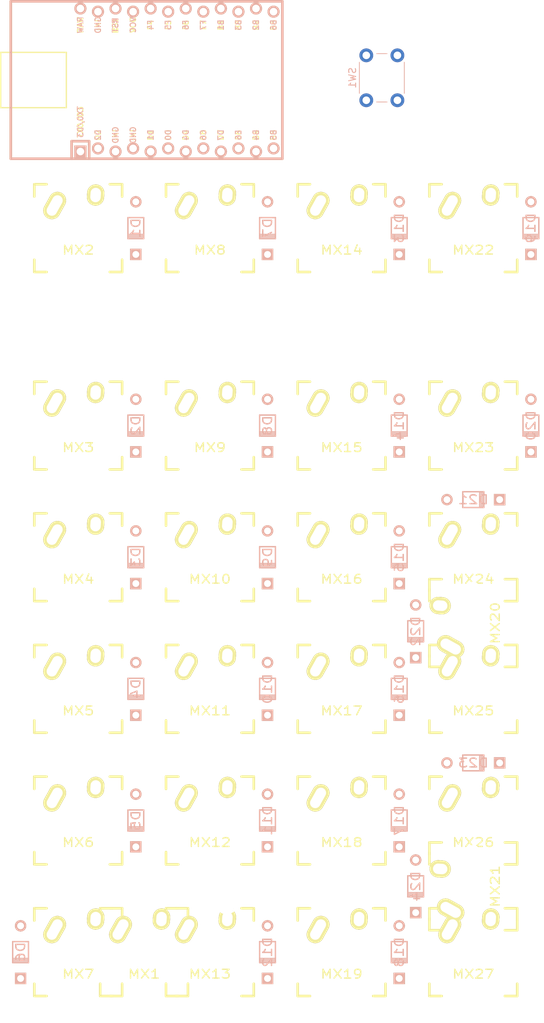
<source format=kicad_pcb>
(kicad_pcb (version 20171130) (host pcbnew "(5.1.4)-1")

  (general
    (thickness 1.6)
    (drawings 0)
    (tracks 0)
    (zones 0)
    (modules 53)
    (nets 57)
  )

  (page A4)
  (layers
    (0 F.Cu signal)
    (31 B.Cu signal)
    (32 B.Adhes user)
    (33 F.Adhes user)
    (34 B.Paste user)
    (35 F.Paste user)
    (36 B.SilkS user)
    (37 F.SilkS user)
    (38 B.Mask user)
    (39 F.Mask user)
    (40 Dwgs.User user)
    (41 Cmts.User user)
    (42 Eco1.User user)
    (43 Eco2.User user)
    (44 Edge.Cuts user)
    (45 Margin user)
    (46 B.CrtYd user)
    (47 F.CrtYd user)
    (48 B.Fab user)
    (49 F.Fab user)
  )

  (setup
    (last_trace_width 0.25)
    (trace_clearance 0.2)
    (zone_clearance 0.508)
    (zone_45_only no)
    (trace_min 0.2)
    (via_size 0.8)
    (via_drill 0.4)
    (via_min_size 0.4)
    (via_min_drill 0.3)
    (uvia_size 0.3)
    (uvia_drill 0.1)
    (uvias_allowed no)
    (uvia_min_size 0.2)
    (uvia_min_drill 0.1)
    (edge_width 0.05)
    (segment_width 0.2)
    (pcb_text_width 0.3)
    (pcb_text_size 1.5 1.5)
    (mod_edge_width 0.12)
    (mod_text_size 1 1)
    (mod_text_width 0.15)
    (pad_size 1.524 1.524)
    (pad_drill 0.762)
    (pad_to_mask_clearance 0.051)
    (solder_mask_min_width 0.25)
    (aux_axis_origin 0 0)
    (grid_origin 172.640625 -61.9125)
    (visible_elements FFFFFF7F)
    (pcbplotparams
      (layerselection 0x010fc_ffffffff)
      (usegerberextensions false)
      (usegerberattributes false)
      (usegerberadvancedattributes false)
      (creategerberjobfile false)
      (excludeedgelayer true)
      (linewidth 0.100000)
      (plotframeref false)
      (viasonmask false)
      (mode 1)
      (useauxorigin false)
      (hpglpennumber 1)
      (hpglpenspeed 20)
      (hpglpendiameter 15.000000)
      (psnegative false)
      (psa4output false)
      (plotreference true)
      (plotvalue true)
      (plotinvisibletext false)
      (padsonsilk false)
      (subtractmaskfromsilk false)
      (outputformat 1)
      (mirror false)
      (drillshape 1)
      (scaleselection 1)
      (outputdirectory ""))
  )

  (net 0 "")
  (net 1 "Net-(D1-Pad2)")
  (net 2 Row0)
  (net 3 "Net-(D2-Pad2)")
  (net 4 Row1)
  (net 5 "Net-(D3-Pad2)")
  (net 6 Row2)
  (net 7 "Net-(D4-Pad2)")
  (net 8 Row3)
  (net 9 "Net-(D5-Pad2)")
  (net 10 Row4)
  (net 11 "Net-(D6-Pad2)")
  (net 12 Row5)
  (net 13 "Net-(D7-Pad2)")
  (net 14 "Net-(D8-Pad2)")
  (net 15 "Net-(D9-Pad2)")
  (net 16 "Net-(D10-Pad2)")
  (net 17 "Net-(D11-Pad2)")
  (net 18 "Net-(D12-Pad2)")
  (net 19 "Net-(D13-Pad2)")
  (net 20 "Net-(D14-Pad2)")
  (net 21 "Net-(D15-Pad2)")
  (net 22 "Net-(D16-Pad2)")
  (net 23 "Net-(D17-Pad2)")
  (net 24 "Net-(D18-Pad2)")
  (net 25 "Net-(D19-Pad2)")
  (net 26 "Net-(D20-Pad2)")
  (net 27 "Net-(D21-Pad2)")
  (net 28 "Net-(D22-Pad2)")
  (net 29 "Net-(D23-Pad2)")
  (net 30 "Net-(D24-Pad2)")
  (net 31 Col0)
  (net 32 Col1)
  (net 33 Col2)
  (net 34 Col3)
  (net 35 GND)
  (net 36 /RESET)
  (net 37 "Net-(U1-Pad24)")
  (net 38 "Net-(U1-Pad12)")
  (net 39 "Net-(U1-Pad21)")
  (net 40 "Net-(U1-Pad20)")
  (net 41 "Net-(U1-Pad19)")
  (net 42 "Net-(U1-Pad18)")
  (net 43 "Net-(U1-Pad17)")
  (net 44 "Net-(U1-Pad16)")
  (net 45 "Net-(U1-Pad15)")
  (net 46 "Net-(U1-Pad14)")
  (net 47 "Net-(U1-Pad13)")
  (net 48 "Net-(U1-Pad11)")
  (net 49 "Net-(U1-Pad10)")
  (net 50 "Net-(U1-Pad9)")
  (net 51 "Net-(U1-Pad8)")
  (net 52 "Net-(U1-Pad7)")
  (net 53 "Net-(U1-Pad6)")
  (net 54 "Net-(U1-Pad5)")
  (net 55 "Net-(U1-Pad2)")
  (net 56 "Net-(U1-Pad1)")

  (net_class Default "This is the default net class."
    (clearance 0.2)
    (trace_width 0.25)
    (via_dia 0.8)
    (via_drill 0.4)
    (uvia_dia 0.3)
    (uvia_drill 0.1)
    (add_net /RESET)
    (add_net Col0)
    (add_net Col1)
    (add_net Col2)
    (add_net Col3)
    (add_net GND)
    (add_net "Net-(D1-Pad2)")
    (add_net "Net-(D10-Pad2)")
    (add_net "Net-(D11-Pad2)")
    (add_net "Net-(D12-Pad2)")
    (add_net "Net-(D13-Pad2)")
    (add_net "Net-(D14-Pad2)")
    (add_net "Net-(D15-Pad2)")
    (add_net "Net-(D16-Pad2)")
    (add_net "Net-(D17-Pad2)")
    (add_net "Net-(D18-Pad2)")
    (add_net "Net-(D19-Pad2)")
    (add_net "Net-(D2-Pad2)")
    (add_net "Net-(D20-Pad2)")
    (add_net "Net-(D21-Pad2)")
    (add_net "Net-(D22-Pad2)")
    (add_net "Net-(D23-Pad2)")
    (add_net "Net-(D24-Pad2)")
    (add_net "Net-(D3-Pad2)")
    (add_net "Net-(D4-Pad2)")
    (add_net "Net-(D5-Pad2)")
    (add_net "Net-(D6-Pad2)")
    (add_net "Net-(D7-Pad2)")
    (add_net "Net-(D8-Pad2)")
    (add_net "Net-(D9-Pad2)")
    (add_net "Net-(U1-Pad1)")
    (add_net "Net-(U1-Pad10)")
    (add_net "Net-(U1-Pad11)")
    (add_net "Net-(U1-Pad12)")
    (add_net "Net-(U1-Pad13)")
    (add_net "Net-(U1-Pad14)")
    (add_net "Net-(U1-Pad15)")
    (add_net "Net-(U1-Pad16)")
    (add_net "Net-(U1-Pad17)")
    (add_net "Net-(U1-Pad18)")
    (add_net "Net-(U1-Pad19)")
    (add_net "Net-(U1-Pad2)")
    (add_net "Net-(U1-Pad20)")
    (add_net "Net-(U1-Pad21)")
    (add_net "Net-(U1-Pad24)")
    (add_net "Net-(U1-Pad5)")
    (add_net "Net-(U1-Pad6)")
    (add_net "Net-(U1-Pad7)")
    (add_net "Net-(U1-Pad8)")
    (add_net "Net-(U1-Pad9)")
    (add_net Row0)
    (add_net Row1)
    (add_net Row2)
    (add_net Row3)
    (add_net Row4)
    (add_net Row5)
  )

  (module Keebio-Parts:Hybrid_PCB_200V (layer F.Cu) (tedit 5833B43A) (tstamp 5DD81D7B)
    (at 192.88125 64.29375)
    (path /5DE00019)
    (fp_text reference MX21 (at 3.175 0 90) (layer F.SilkS)
      (effects (font (size 1.27 1.524) (thickness 0.2032)))
    )
    (fp_text value MX-NoLED (at 5.08 0 90) (layer F.SilkS) hide
      (effects (font (size 1.27 1.524) (thickness 0.2032)))
    )
    (fp_line (start 10.16 -15.367) (end -7.62 -15.367) (layer Cmts.User) (width 0.1524))
    (fp_line (start 10.16 15.367) (end 10.16 -15.367) (layer Cmts.User) (width 0.1524))
    (fp_line (start -7.62 15.367) (end 10.16 15.367) (layer Cmts.User) (width 0.1524))
    (fp_line (start -7.62 8.509) (end -7.62 15.367) (layer Cmts.User) (width 0.1524))
    (fp_line (start 7.62 8.509) (end -7.62 8.509) (layer Cmts.User) (width 0.1524))
    (fp_line (start 7.62 -8.509) (end 7.62 8.509) (layer Cmts.User) (width 0.1524))
    (fp_line (start -7.62 -8.509) (end 7.62 -8.509) (layer Cmts.User) (width 0.1524))
    (fp_line (start -7.62 -15.367) (end -7.62 -8.509) (layer Cmts.User) (width 0.1524))
    (fp_line (start -4.8768 6.985) (end -6.985 6.985) (layer Eco2.User) (width 0.1524))
    (fp_line (start -4.8768 8.6106) (end -4.8768 6.985) (layer Eco2.User) (width 0.1524))
    (fp_line (start -5.6896 8.6106) (end -4.8768 8.6106) (layer Eco2.User) (width 0.1524))
    (fp_line (start -5.6896 15.2654) (end -5.6896 8.6106) (layer Eco2.User) (width 0.1524))
    (fp_line (start -2.286 15.2654) (end -5.6896 15.2654) (layer Eco2.User) (width 0.1524))
    (fp_line (start -2.286 16.129) (end -2.286 15.2654) (layer Eco2.User) (width 0.1524))
    (fp_line (start 0.508 16.129) (end -2.286 16.129) (layer Eco2.User) (width 0.1524))
    (fp_line (start 0.508 15.2654) (end 0.508 16.129) (layer Eco2.User) (width 0.1524))
    (fp_line (start 6.604 15.2654) (end 0.508 15.2654) (layer Eco2.User) (width 0.1524))
    (fp_line (start 6.604 14.224) (end 6.604 15.2654) (layer Eco2.User) (width 0.1524))
    (fp_line (start 7.7724 14.224) (end 6.604 14.224) (layer Eco2.User) (width 0.1524))
    (fp_line (start 7.7724 9.652) (end 7.7724 14.224) (layer Eco2.User) (width 0.1524))
    (fp_line (start 6.604 9.652) (end 7.7724 9.652) (layer Eco2.User) (width 0.1524))
    (fp_line (start 6.604 8.6106) (end 6.604 9.652) (layer Eco2.User) (width 0.1524))
    (fp_line (start 5.8166 8.6106) (end 6.604 8.6106) (layer Eco2.User) (width 0.1524))
    (fp_line (start 5.8166 6.985) (end 5.8166 8.6106) (layer Eco2.User) (width 0.1524))
    (fp_line (start 6.985 6.985) (end 5.8166 6.985) (layer Eco2.User) (width 0.1524))
    (fp_line (start 6.985 -6.985) (end 6.985 6.985) (layer Eco2.User) (width 0.1524))
    (fp_line (start 5.8166 -6.985) (end 6.985 -6.985) (layer Eco2.User) (width 0.1524))
    (fp_line (start 5.8166 -8.6106) (end 5.8166 -6.985) (layer Eco2.User) (width 0.1524))
    (fp_line (start 6.604 -8.6106) (end 5.8166 -8.6106) (layer Eco2.User) (width 0.1524))
    (fp_line (start 6.604 -9.652) (end 6.604 -8.6106) (layer Eco2.User) (width 0.1524))
    (fp_line (start 7.7724 -9.652) (end 6.604 -9.652) (layer Eco2.User) (width 0.1524))
    (fp_line (start 7.7724 -14.224) (end 7.7724 -9.652) (layer Eco2.User) (width 0.1524))
    (fp_line (start 6.604 -14.224) (end 7.7724 -14.224) (layer Eco2.User) (width 0.1524))
    (fp_line (start 6.604 -15.2654) (end 6.604 -14.224) (layer Eco2.User) (width 0.1524))
    (fp_line (start 0.508 -15.2654) (end 6.604 -15.2654) (layer Eco2.User) (width 0.1524))
    (fp_line (start 0.508 -16.129) (end 0.508 -15.2654) (layer Eco2.User) (width 0.1524))
    (fp_line (start -2.286 -16.129) (end 0.508 -16.129) (layer Eco2.User) (width 0.1524))
    (fp_line (start -2.286 -15.2654) (end -2.286 -16.129) (layer Eco2.User) (width 0.1524))
    (fp_line (start -5.6896 -15.2654) (end -2.286 -15.2654) (layer Eco2.User) (width 0.1524))
    (fp_line (start -5.6896 -8.6106) (end -5.6896 -15.2654) (layer Eco2.User) (width 0.1524))
    (fp_line (start -4.8768 -8.6106) (end -5.6896 -8.6106) (layer Eco2.User) (width 0.1524))
    (fp_line (start -4.8768 -6.985) (end -4.8768 -8.6106) (layer Eco2.User) (width 0.1524))
    (fp_line (start -6.985 -6.985) (end -4.8768 -6.985) (layer Eco2.User) (width 0.1524))
    (fp_line (start -6.985 6.985) (end -6.985 -6.985) (layer Eco2.User) (width 0.1524))
    (fp_line (start -6.35 -4.572) (end -6.35 -6.35) (layer F.SilkS) (width 0.381))
    (fp_line (start -6.35 6.35) (end -6.35 4.572) (layer F.SilkS) (width 0.381))
    (fp_line (start -4.572 6.35) (end -6.35 6.35) (layer F.SilkS) (width 0.381))
    (fp_line (start 6.35 6.35) (end 4.572 6.35) (layer F.SilkS) (width 0.381))
    (fp_line (start 6.35 4.572) (end 6.35 6.35) (layer F.SilkS) (width 0.381))
    (fp_line (start 6.35 -6.35) (end 6.35 -4.572) (layer F.SilkS) (width 0.381))
    (fp_line (start 4.572 -6.35) (end 6.35 -6.35) (layer F.SilkS) (width 0.381))
    (fp_line (start -6.35 -6.35) (end -4.572 -6.35) (layer F.SilkS) (width 0.381))
    (fp_line (start 9.398 18.923) (end -9.398 18.923) (layer Dwgs.User) (width 0.1524))
    (fp_line (start 9.398 -18.923) (end 9.398 18.923) (layer Dwgs.User) (width 0.1524))
    (fp_line (start -9.398 -18.923) (end 9.398 -18.923) (layer Dwgs.User) (width 0.1524))
    (fp_line (start -9.398 18.923) (end -9.398 -18.923) (layer Dwgs.User) (width 0.1524))
    (fp_line (start 6.35 6.35) (end -6.35 6.35) (layer Cmts.User) (width 0.1524))
    (fp_line (start 6.35 -6.35) (end 6.35 6.35) (layer Cmts.User) (width 0.1524))
    (fp_line (start -6.35 -6.35) (end 6.35 -6.35) (layer Cmts.User) (width 0.1524))
    (fp_line (start -6.35 6.35) (end -6.35 -6.35) (layer Cmts.User) (width 0.1524))
    (fp_text user 2.00u (at -5.715 17.78) (layer Dwgs.User)
      (effects (font (size 1.524 1.524) (thickness 0.3048)))
    )
    (pad HOLE np_thru_hole circle (at 8.255 -11.938 90) (size 3.9878 3.9878) (drill 3.9878) (layers *.Cu))
    (pad HOLE np_thru_hole circle (at 8.255 11.938 90) (size 3.9878 3.9878) (drill 3.9878) (layers *.Cu))
    (pad HOLE np_thru_hole circle (at -6.985 -11.938 90) (size 3.048 3.048) (drill 3.048) (layers *.Cu))
    (pad HOLE np_thru_hole circle (at -6.985 11.938 90) (size 3.048 3.048) (drill 3.048) (layers *.Cu))
    (pad HOLE np_thru_hole circle (at 0 -5.08 90) (size 1.8 1.8) (drill 1.8) (layers *.Cu))
    (pad HOLE np_thru_hole circle (at 0 5.08 90) (size 1.8 1.8) (drill 1.8) (layers *.Cu))
    (pad HOLE np_thru_hole circle (at 0 0 90) (size 3.9878 3.9878) (drill 3.9878) (layers *.Cu))
    (pad 2 thru_hole oval (at -4.79 -2.52 86.1) (size 2.5 3.08) (drill oval 1.5 2.08) (layers *.Cu *.Mask F.SilkS)
      (net 30 "Net-(D24-Pad2)"))
    (pad 1 thru_hole oval (at -3.27 3.405 60.95) (size 2.5 4.17) (drill oval 1.5 3.17) (layers *.Cu *.Mask F.SilkS)
      (net 34 Col3))
  )

  (module Keebio-Parts:Hybrid_PCB_200V (layer F.Cu) (tedit 5833B43A) (tstamp 5DD81D33)
    (at 192.88125 26.19375)
    (path /5DE0C34B)
    (fp_text reference MX20 (at 3.175 0 90) (layer F.SilkS)
      (effects (font (size 1.27 1.524) (thickness 0.2032)))
    )
    (fp_text value MX-NoLED (at 5.08 0 90) (layer F.SilkS) hide
      (effects (font (size 1.27 1.524) (thickness 0.2032)))
    )
    (fp_line (start 10.16 -15.367) (end -7.62 -15.367) (layer Cmts.User) (width 0.1524))
    (fp_line (start 10.16 15.367) (end 10.16 -15.367) (layer Cmts.User) (width 0.1524))
    (fp_line (start -7.62 15.367) (end 10.16 15.367) (layer Cmts.User) (width 0.1524))
    (fp_line (start -7.62 8.509) (end -7.62 15.367) (layer Cmts.User) (width 0.1524))
    (fp_line (start 7.62 8.509) (end -7.62 8.509) (layer Cmts.User) (width 0.1524))
    (fp_line (start 7.62 -8.509) (end 7.62 8.509) (layer Cmts.User) (width 0.1524))
    (fp_line (start -7.62 -8.509) (end 7.62 -8.509) (layer Cmts.User) (width 0.1524))
    (fp_line (start -7.62 -15.367) (end -7.62 -8.509) (layer Cmts.User) (width 0.1524))
    (fp_line (start -4.8768 6.985) (end -6.985 6.985) (layer Eco2.User) (width 0.1524))
    (fp_line (start -4.8768 8.6106) (end -4.8768 6.985) (layer Eco2.User) (width 0.1524))
    (fp_line (start -5.6896 8.6106) (end -4.8768 8.6106) (layer Eco2.User) (width 0.1524))
    (fp_line (start -5.6896 15.2654) (end -5.6896 8.6106) (layer Eco2.User) (width 0.1524))
    (fp_line (start -2.286 15.2654) (end -5.6896 15.2654) (layer Eco2.User) (width 0.1524))
    (fp_line (start -2.286 16.129) (end -2.286 15.2654) (layer Eco2.User) (width 0.1524))
    (fp_line (start 0.508 16.129) (end -2.286 16.129) (layer Eco2.User) (width 0.1524))
    (fp_line (start 0.508 15.2654) (end 0.508 16.129) (layer Eco2.User) (width 0.1524))
    (fp_line (start 6.604 15.2654) (end 0.508 15.2654) (layer Eco2.User) (width 0.1524))
    (fp_line (start 6.604 14.224) (end 6.604 15.2654) (layer Eco2.User) (width 0.1524))
    (fp_line (start 7.7724 14.224) (end 6.604 14.224) (layer Eco2.User) (width 0.1524))
    (fp_line (start 7.7724 9.652) (end 7.7724 14.224) (layer Eco2.User) (width 0.1524))
    (fp_line (start 6.604 9.652) (end 7.7724 9.652) (layer Eco2.User) (width 0.1524))
    (fp_line (start 6.604 8.6106) (end 6.604 9.652) (layer Eco2.User) (width 0.1524))
    (fp_line (start 5.8166 8.6106) (end 6.604 8.6106) (layer Eco2.User) (width 0.1524))
    (fp_line (start 5.8166 6.985) (end 5.8166 8.6106) (layer Eco2.User) (width 0.1524))
    (fp_line (start 6.985 6.985) (end 5.8166 6.985) (layer Eco2.User) (width 0.1524))
    (fp_line (start 6.985 -6.985) (end 6.985 6.985) (layer Eco2.User) (width 0.1524))
    (fp_line (start 5.8166 -6.985) (end 6.985 -6.985) (layer Eco2.User) (width 0.1524))
    (fp_line (start 5.8166 -8.6106) (end 5.8166 -6.985) (layer Eco2.User) (width 0.1524))
    (fp_line (start 6.604 -8.6106) (end 5.8166 -8.6106) (layer Eco2.User) (width 0.1524))
    (fp_line (start 6.604 -9.652) (end 6.604 -8.6106) (layer Eco2.User) (width 0.1524))
    (fp_line (start 7.7724 -9.652) (end 6.604 -9.652) (layer Eco2.User) (width 0.1524))
    (fp_line (start 7.7724 -14.224) (end 7.7724 -9.652) (layer Eco2.User) (width 0.1524))
    (fp_line (start 6.604 -14.224) (end 7.7724 -14.224) (layer Eco2.User) (width 0.1524))
    (fp_line (start 6.604 -15.2654) (end 6.604 -14.224) (layer Eco2.User) (width 0.1524))
    (fp_line (start 0.508 -15.2654) (end 6.604 -15.2654) (layer Eco2.User) (width 0.1524))
    (fp_line (start 0.508 -16.129) (end 0.508 -15.2654) (layer Eco2.User) (width 0.1524))
    (fp_line (start -2.286 -16.129) (end 0.508 -16.129) (layer Eco2.User) (width 0.1524))
    (fp_line (start -2.286 -15.2654) (end -2.286 -16.129) (layer Eco2.User) (width 0.1524))
    (fp_line (start -5.6896 -15.2654) (end -2.286 -15.2654) (layer Eco2.User) (width 0.1524))
    (fp_line (start -5.6896 -8.6106) (end -5.6896 -15.2654) (layer Eco2.User) (width 0.1524))
    (fp_line (start -4.8768 -8.6106) (end -5.6896 -8.6106) (layer Eco2.User) (width 0.1524))
    (fp_line (start -4.8768 -6.985) (end -4.8768 -8.6106) (layer Eco2.User) (width 0.1524))
    (fp_line (start -6.985 -6.985) (end -4.8768 -6.985) (layer Eco2.User) (width 0.1524))
    (fp_line (start -6.985 6.985) (end -6.985 -6.985) (layer Eco2.User) (width 0.1524))
    (fp_line (start -6.35 -4.572) (end -6.35 -6.35) (layer F.SilkS) (width 0.381))
    (fp_line (start -6.35 6.35) (end -6.35 4.572) (layer F.SilkS) (width 0.381))
    (fp_line (start -4.572 6.35) (end -6.35 6.35) (layer F.SilkS) (width 0.381))
    (fp_line (start 6.35 6.35) (end 4.572 6.35) (layer F.SilkS) (width 0.381))
    (fp_line (start 6.35 4.572) (end 6.35 6.35) (layer F.SilkS) (width 0.381))
    (fp_line (start 6.35 -6.35) (end 6.35 -4.572) (layer F.SilkS) (width 0.381))
    (fp_line (start 4.572 -6.35) (end 6.35 -6.35) (layer F.SilkS) (width 0.381))
    (fp_line (start -6.35 -6.35) (end -4.572 -6.35) (layer F.SilkS) (width 0.381))
    (fp_line (start 9.398 18.923) (end -9.398 18.923) (layer Dwgs.User) (width 0.1524))
    (fp_line (start 9.398 -18.923) (end 9.398 18.923) (layer Dwgs.User) (width 0.1524))
    (fp_line (start -9.398 -18.923) (end 9.398 -18.923) (layer Dwgs.User) (width 0.1524))
    (fp_line (start -9.398 18.923) (end -9.398 -18.923) (layer Dwgs.User) (width 0.1524))
    (fp_line (start 6.35 6.35) (end -6.35 6.35) (layer Cmts.User) (width 0.1524))
    (fp_line (start 6.35 -6.35) (end 6.35 6.35) (layer Cmts.User) (width 0.1524))
    (fp_line (start -6.35 -6.35) (end 6.35 -6.35) (layer Cmts.User) (width 0.1524))
    (fp_line (start -6.35 6.35) (end -6.35 -6.35) (layer Cmts.User) (width 0.1524))
    (fp_text user 2.00u (at -5.715 17.78) (layer Dwgs.User)
      (effects (font (size 1.524 1.524) (thickness 0.3048)))
    )
    (pad HOLE np_thru_hole circle (at 8.255 -11.938 90) (size 3.9878 3.9878) (drill 3.9878) (layers *.Cu))
    (pad HOLE np_thru_hole circle (at 8.255 11.938 90) (size 3.9878 3.9878) (drill 3.9878) (layers *.Cu))
    (pad HOLE np_thru_hole circle (at -6.985 -11.938 90) (size 3.048 3.048) (drill 3.048) (layers *.Cu))
    (pad HOLE np_thru_hole circle (at -6.985 11.938 90) (size 3.048 3.048) (drill 3.048) (layers *.Cu))
    (pad HOLE np_thru_hole circle (at 0 -5.08 90) (size 1.8 1.8) (drill 1.8) (layers *.Cu))
    (pad HOLE np_thru_hole circle (at 0 5.08 90) (size 1.8 1.8) (drill 1.8) (layers *.Cu))
    (pad HOLE np_thru_hole circle (at 0 0 90) (size 3.9878 3.9878) (drill 3.9878) (layers *.Cu))
    (pad 2 thru_hole oval (at -4.79 -2.52 86.1) (size 2.5 3.08) (drill oval 1.5 2.08) (layers *.Cu *.Mask F.SilkS)
      (net 28 "Net-(D22-Pad2)"))
    (pad 1 thru_hole oval (at -3.27 3.405 60.95) (size 2.5 4.17) (drill oval 1.5 3.17) (layers *.Cu *.Mask F.SilkS)
      (net 34 Col3))
  )

  (module Keebio-Parts:ArduinoProMicro-Mini-USB-ZigZag (layer F.Cu) (tedit 5CEEEAD7) (tstamp 5DD81EB6)
    (at 150.01875 -52.3875)
    (path /5DD7B3F5)
    (fp_text reference U1 (at 0 1.125) (layer F.SilkS) hide
      (effects (font (size 1.27 1.524) (thickness 0.2032)))
    )
    (fp_text value ProMicro (at 0 -1) (layer F.SilkS) hide
      (effects (font (size 1.27 1.524) (thickness 0.2032)))
    )
    (fp_line (start -25.5 4) (end -16 4) (layer F.SilkS) (width 0.2))
    (fp_line (start -25.5 -4) (end -25.5 4) (layer F.SilkS) (width 0.2))
    (fp_line (start -16 -4) (end -25.5 -4) (layer F.SilkS) (width 0.2))
    (fp_line (start -16 4) (end -16 -4) (layer F.SilkS) (width 0.2))
    (fp_line (start -15.24 8.85) (end -15.24 11.39) (layer B.SilkS) (width 0.381))
    (fp_line (start -15.24 8.85) (end -15.24 11.39) (layer F.SilkS) (width 0.381))
    (fp_line (start -24.04 -11.39) (end -24.04 11.39) (layer B.SilkS) (width 0.381))
    (fp_line (start -24.04 11.39) (end 15.24 11.39) (layer B.SilkS) (width 0.381))
    (fp_line (start 15.24 11.39) (end 15.24 -11.39) (layer B.SilkS) (width 0.381))
    (fp_line (start 15.24 -11.39) (end -24.04 -11.39) (layer B.SilkS) (width 0.381))
    (fp_poly (pts (xy -9.35097 -8.344635) (xy -9.25097 -8.344635) (xy -9.25097 -8.844635) (xy -9.35097 -8.844635)) (layer B.SilkS) (width 0.15))
    (fp_poly (pts (xy -9.35097 -8.344635) (xy -9.05097 -8.344635) (xy -9.05097 -8.444635) (xy -9.35097 -8.444635)) (layer B.SilkS) (width 0.15))
    (fp_poly (pts (xy -8.75097 -8.344635) (xy -8.55097 -8.344635) (xy -8.55097 -8.444635) (xy -8.75097 -8.444635)) (layer B.SilkS) (width 0.15))
    (fp_poly (pts (xy -9.35097 -8.744635) (xy -8.55097 -8.744635) (xy -8.55097 -8.844635) (xy -9.35097 -8.844635)) (layer B.SilkS) (width 0.15))
    (fp_poly (pts (xy -8.95097 -8.544635) (xy -8.85097 -8.544635) (xy -8.85097 -8.644635) (xy -8.95097 -8.644635)) (layer B.SilkS) (width 0.15))
    (fp_text user ST (at -8.91 -7.54 90) (layer B.SilkS)
      (effects (font (size 0.8 0.8) (thickness 0.15)) (justify mirror))
    )
    (fp_poly (pts (xy -8.76064 -7.431568) (xy -8.56064 -7.431568) (xy -8.56064 -7.331568) (xy -8.76064 -7.331568)) (layer F.SilkS) (width 0.15))
    (fp_poly (pts (xy -9.36064 -7.031568) (xy -8.56064 -7.031568) (xy -8.56064 -6.931568) (xy -9.36064 -6.931568)) (layer F.SilkS) (width 0.15))
    (fp_poly (pts (xy -9.36064 -7.431568) (xy -9.26064 -7.431568) (xy -9.26064 -6.931568) (xy -9.36064 -6.931568)) (layer F.SilkS) (width 0.15))
    (fp_poly (pts (xy -8.96064 -7.231568) (xy -8.86064 -7.231568) (xy -8.86064 -7.131568) (xy -8.96064 -7.131568)) (layer F.SilkS) (width 0.15))
    (fp_poly (pts (xy -9.36064 -7.431568) (xy -9.06064 -7.431568) (xy -9.06064 -7.331568) (xy -9.36064 -7.331568)) (layer F.SilkS) (width 0.15))
    (fp_line (start -12.7 8.85) (end -12.7 11.39) (layer F.SilkS) (width 0.381))
    (fp_line (start -15.24 8.85) (end -12.7 8.85) (layer F.SilkS) (width 0.381))
    (fp_line (start 15.24 -11.39) (end -24.04 -11.39) (layer F.SilkS) (width 0.381))
    (fp_line (start 15.24 11.39) (end 15.24 -11.39) (layer F.SilkS) (width 0.381))
    (fp_line (start -24.04 11.39) (end 15.24 11.39) (layer F.SilkS) (width 0.381))
    (fp_line (start -24.04 -11.39) (end -24.04 11.39) (layer F.SilkS) (width 0.381))
    (fp_text user TX0/D3 (at -13.97 6.071872 90) (layer F.SilkS)
      (effects (font (size 0.8 0.8) (thickness 0.15)))
    )
    (fp_text user TX0/D3 (at -13.97 6.071872 90) (layer B.SilkS)
      (effects (font (size 0.8 0.8) (thickness 0.15)) (justify mirror))
    )
    (fp_text user D2 (at -11.43 7.961 90) (layer F.SilkS)
      (effects (font (size 0.8 0.8) (thickness 0.15)))
    )
    (fp_text user D0 (at -1.27 7.961 90) (layer F.SilkS)
      (effects (font (size 0.8 0.8) (thickness 0.15)))
    )
    (fp_text user D1 (at -3.81 7.961 90) (layer F.SilkS)
      (effects (font (size 0.8 0.8) (thickness 0.15)))
    )
    (fp_text user GND (at -6.35 7.961 90) (layer F.SilkS)
      (effects (font (size 0.8 0.8) (thickness 0.15)))
    )
    (fp_text user GND (at -8.89 7.961 90) (layer F.SilkS)
      (effects (font (size 0.8 0.8) (thickness 0.15)))
    )
    (fp_text user D4 (at 1.27 7.961 90) (layer F.SilkS)
      (effects (font (size 0.8 0.8) (thickness 0.15)))
    )
    (fp_text user C6 (at 3.81 7.961 90) (layer F.SilkS)
      (effects (font (size 0.8 0.8) (thickness 0.15)))
    )
    (fp_text user D7 (at 6.35 7.961 90) (layer F.SilkS)
      (effects (font (size 0.8 0.8) (thickness 0.15)))
    )
    (fp_text user E6 (at 8.89 7.961 90) (layer F.SilkS)
      (effects (font (size 0.8 0.8) (thickness 0.15)))
    )
    (fp_text user B4 (at 11.43 7.961 90) (layer F.SilkS)
      (effects (font (size 0.8 0.8) (thickness 0.15)))
    )
    (fp_text user B5 (at 13.97 7.961 90) (layer F.SilkS)
      (effects (font (size 0.8 0.8) (thickness 0.15)))
    )
    (fp_text user B6 (at 13.97 -7.961 90) (layer F.SilkS)
      (effects (font (size 0.8 0.8) (thickness 0.15)))
    )
    (fp_text user B2 (at 11.43 -7.961 90) (layer B.SilkS)
      (effects (font (size 0.8 0.8) (thickness 0.15)) (justify mirror))
    )
    (fp_text user B3 (at 8.89 -7.961 90) (layer F.SilkS)
      (effects (font (size 0.8 0.8) (thickness 0.15)))
    )
    (fp_text user B1 (at 6.35 -7.961 90) (layer F.SilkS)
      (effects (font (size 0.8 0.8) (thickness 0.15)))
    )
    (fp_text user F7 (at 3.81 -7.961 90) (layer B.SilkS)
      (effects (font (size 0.8 0.8) (thickness 0.15)) (justify mirror))
    )
    (fp_text user F6 (at 1.27 -7.961 90) (layer B.SilkS)
      (effects (font (size 0.8 0.8) (thickness 0.15)) (justify mirror))
    )
    (fp_text user F5 (at -1.27 -7.961 90) (layer B.SilkS)
      (effects (font (size 0.8 0.8) (thickness 0.15)) (justify mirror))
    )
    (fp_text user F4 (at -3.81 -7.961 90) (layer F.SilkS)
      (effects (font (size 0.8 0.8) (thickness 0.15)))
    )
    (fp_text user VCC (at -6.35 -7.961 90) (layer F.SilkS)
      (effects (font (size 0.8 0.8) (thickness 0.15)))
    )
    (fp_text user ST (at -8.92 -8.23312 90) (layer F.SilkS)
      (effects (font (size 0.8 0.8) (thickness 0.15)))
    )
    (fp_text user GND (at -11.43 -7.961 90) (layer F.SilkS)
      (effects (font (size 0.8 0.8) (thickness 0.15)))
    )
    (fp_text user RAW (at -13.97 -7.961 90) (layer F.SilkS)
      (effects (font (size 0.8 0.8) (thickness 0.15)))
    )
    (fp_text user RAW (at -13.97 -7.961 90) (layer B.SilkS)
      (effects (font (size 0.8 0.8) (thickness 0.15)) (justify mirror))
    )
    (fp_text user GND (at -11.43 -7.961 90) (layer B.SilkS)
      (effects (font (size 0.8 0.8) (thickness 0.15)) (justify mirror))
    )
    (fp_text user VCC (at -6.35 -7.961 90) (layer B.SilkS)
      (effects (font (size 0.8 0.8) (thickness 0.15)) (justify mirror))
    )
    (fp_text user F4 (at -3.81 -7.961 90) (layer B.SilkS)
      (effects (font (size 0.8 0.8) (thickness 0.15)) (justify mirror))
    )
    (fp_text user F5 (at -1.27 -7.961 90) (layer F.SilkS)
      (effects (font (size 0.8 0.8) (thickness 0.15)))
    )
    (fp_text user F6 (at 1.27 -7.961 90) (layer F.SilkS)
      (effects (font (size 0.8 0.8) (thickness 0.15)))
    )
    (fp_text user F7 (at 3.81 -7.961 90) (layer F.SilkS)
      (effects (font (size 0.8 0.8) (thickness 0.15)))
    )
    (fp_text user B1 (at 6.35 -7.961 90) (layer B.SilkS)
      (effects (font (size 0.8 0.8) (thickness 0.15)) (justify mirror))
    )
    (fp_text user B3 (at 8.89 -7.961 90) (layer B.SilkS)
      (effects (font (size 0.8 0.8) (thickness 0.15)) (justify mirror))
    )
    (fp_text user B2 (at 11.43 -7.961 90) (layer F.SilkS)
      (effects (font (size 0.8 0.8) (thickness 0.15)))
    )
    (fp_text user B6 (at 13.97 -7.961 90) (layer B.SilkS)
      (effects (font (size 0.8 0.8) (thickness 0.15)) (justify mirror))
    )
    (fp_text user B5 (at 13.97 7.961 90) (layer B.SilkS)
      (effects (font (size 0.8 0.8) (thickness 0.15)) (justify mirror))
    )
    (fp_text user B4 (at 11.43 7.961 90) (layer B.SilkS)
      (effects (font (size 0.8 0.8) (thickness 0.15)) (justify mirror))
    )
    (fp_text user E6 (at 8.89 7.961 90) (layer B.SilkS)
      (effects (font (size 0.8 0.8) (thickness 0.15)) (justify mirror))
    )
    (fp_text user D7 (at 6.35 7.961 90) (layer B.SilkS)
      (effects (font (size 0.8 0.8) (thickness 0.15)) (justify mirror))
    )
    (fp_text user C6 (at 3.81 7.961 90) (layer B.SilkS)
      (effects (font (size 0.8 0.8) (thickness 0.15)) (justify mirror))
    )
    (fp_text user D4 (at 1.27 7.961 90) (layer B.SilkS)
      (effects (font (size 0.8 0.8) (thickness 0.15)) (justify mirror))
    )
    (fp_text user GND (at -8.89 7.961 90) (layer B.SilkS)
      (effects (font (size 0.8 0.8) (thickness 0.15)) (justify mirror))
    )
    (fp_text user GND (at -6.35 7.961 90) (layer B.SilkS)
      (effects (font (size 0.8 0.8) (thickness 0.15)) (justify mirror))
    )
    (fp_text user D1 (at -3.81 7.961 90) (layer B.SilkS)
      (effects (font (size 0.8 0.8) (thickness 0.15)) (justify mirror))
    )
    (fp_text user D0 (at -1.27 7.961 90) (layer B.SilkS)
      (effects (font (size 0.8 0.8) (thickness 0.15)) (justify mirror))
    )
    (fp_text user D2 (at -11.43 7.961 90) (layer B.SilkS)
      (effects (font (size 0.8 0.8) (thickness 0.15)) (justify mirror))
    )
    (fp_line (start -15.24 8.85) (end -12.7 8.85) (layer B.SilkS) (width 0.381))
    (fp_line (start -12.7 8.85) (end -12.7 11.39) (layer B.SilkS) (width 0.381))
    (pad 24 thru_hole circle (at -13.97 -10.3486) (size 1.7526 1.7526) (drill 1.0922) (layers *.Cu *.SilkS *.Mask)
      (net 37 "Net-(U1-Pad24)"))
    (pad 12 thru_hole circle (at 13.97 9.8914) (size 1.7526 1.7526) (drill 1.0922) (layers *.Cu *.SilkS *.Mask)
      (net 38 "Net-(U1-Pad12)"))
    (pad 23 thru_hole circle (at -11.43 -9.8914) (size 1.7526 1.7526) (drill 1.0922) (layers *.Cu *.SilkS *.Mask)
      (net 35 GND))
    (pad 22 thru_hole circle (at -8.89 -10.3486) (size 1.7526 1.7526) (drill 1.0922) (layers *.Cu *.SilkS *.Mask)
      (net 36 /RESET))
    (pad 21 thru_hole circle (at -6.35 -9.8914) (size 1.7526 1.7526) (drill 1.0922) (layers *.Cu *.SilkS *.Mask)
      (net 39 "Net-(U1-Pad21)"))
    (pad 20 thru_hole circle (at -3.81 -10.3486) (size 1.7526 1.7526) (drill 1.0922) (layers *.Cu *.SilkS *.Mask)
      (net 40 "Net-(U1-Pad20)"))
    (pad 19 thru_hole circle (at -1.27 -9.8914) (size 1.7526 1.7526) (drill 1.0922) (layers *.Cu *.SilkS *.Mask)
      (net 41 "Net-(U1-Pad19)"))
    (pad 18 thru_hole circle (at 1.27 -10.3486) (size 1.7526 1.7526) (drill 1.0922) (layers *.Cu *.SilkS *.Mask)
      (net 42 "Net-(U1-Pad18)"))
    (pad 17 thru_hole circle (at 3.81 -9.8914) (size 1.7526 1.7526) (drill 1.0922) (layers *.Cu *.SilkS *.Mask)
      (net 43 "Net-(U1-Pad17)"))
    (pad 16 thru_hole circle (at 6.35 -10.3486) (size 1.7526 1.7526) (drill 1.0922) (layers *.Cu *.SilkS *.Mask)
      (net 44 "Net-(U1-Pad16)"))
    (pad 15 thru_hole circle (at 8.89 -9.8914) (size 1.7526 1.7526) (drill 1.0922) (layers *.Cu *.SilkS *.Mask)
      (net 45 "Net-(U1-Pad15)"))
    (pad 14 thru_hole circle (at 11.43 -10.3486) (size 1.7526 1.7526) (drill 1.0922) (layers *.Cu *.SilkS *.Mask)
      (net 46 "Net-(U1-Pad14)"))
    (pad 13 thru_hole circle (at 13.97 -9.8914) (size 1.7526 1.7526) (drill 1.0922) (layers *.Cu *.SilkS *.Mask)
      (net 47 "Net-(U1-Pad13)"))
    (pad 11 thru_hole circle (at 11.43 10.3486) (size 1.7526 1.7526) (drill 1.0922) (layers *.Cu *.SilkS *.Mask)
      (net 48 "Net-(U1-Pad11)"))
    (pad 10 thru_hole circle (at 8.89 9.8914) (size 1.7526 1.7526) (drill 1.0922) (layers *.Cu *.SilkS *.Mask)
      (net 49 "Net-(U1-Pad10)"))
    (pad 9 thru_hole circle (at 6.35 10.3486) (size 1.7526 1.7526) (drill 1.0922) (layers *.Cu *.SilkS *.Mask)
      (net 50 "Net-(U1-Pad9)"))
    (pad 8 thru_hole circle (at 3.81 9.8914) (size 1.7526 1.7526) (drill 1.0922) (layers *.Cu *.SilkS *.Mask)
      (net 51 "Net-(U1-Pad8)"))
    (pad 7 thru_hole circle (at 1.27 10.3486) (size 1.7526 1.7526) (drill 1.0922) (layers *.Cu *.SilkS *.Mask)
      (net 52 "Net-(U1-Pad7)"))
    (pad 6 thru_hole circle (at -1.27 9.8914) (size 1.7526 1.7526) (drill 1.0922) (layers *.Cu *.SilkS *.Mask)
      (net 53 "Net-(U1-Pad6)"))
    (pad 5 thru_hole circle (at -3.81 10.3486) (size 1.7526 1.7526) (drill 1.0922) (layers *.Cu *.SilkS *.Mask)
      (net 54 "Net-(U1-Pad5)"))
    (pad 4 thru_hole circle (at -6.35 9.8914) (size 1.7526 1.7526) (drill 1.0922) (layers *.Cu *.SilkS *.Mask)
      (net 35 GND))
    (pad 3 thru_hole circle (at -8.89 10.3486) (size 1.7526 1.7526) (drill 1.0922) (layers *.Cu *.SilkS *.Mask)
      (net 35 GND))
    (pad 2 thru_hole circle (at -11.43 9.8914) (size 1.7526 1.7526) (drill 1.0922) (layers *.Cu *.SilkS *.Mask)
      (net 55 "Net-(U1-Pad2)"))
    (pad 1 thru_hole rect (at -13.97 10.3486) (size 1.7526 1.7526) (drill 1.0922) (layers *.Cu *.SilkS *.Mask)
      (net 56 "Net-(U1-Pad1)"))
  )

  (module Button_Switch_THT:SW_PUSH_6mm (layer B.Cu) (tedit 5A02FE31) (tstamp 5DD81E4E)
    (at 177.403125 -55.959375 270)
    (descr https://www.omron.com/ecb/products/pdf/en-b3f.pdf)
    (tags "tact sw push 6mm")
    (path /5DD7EA1B)
    (fp_text reference SW1 (at 3.25 2 270) (layer B.SilkS)
      (effects (font (size 1 1) (thickness 0.15)) (justify mirror))
    )
    (fp_text value SW_Push (at 3.75 -6.7 270) (layer B.Fab)
      (effects (font (size 1 1) (thickness 0.15)) (justify mirror))
    )
    (fp_circle (center 3.25 -2.25) (end 1.25 -2.5) (layer B.Fab) (width 0.1))
    (fp_line (start 6.75 -3) (end 6.75 -1.5) (layer B.SilkS) (width 0.12))
    (fp_line (start 5.5 1) (end 1 1) (layer B.SilkS) (width 0.12))
    (fp_line (start -0.25 -1.5) (end -0.25 -3) (layer B.SilkS) (width 0.12))
    (fp_line (start 1 -5.5) (end 5.5 -5.5) (layer B.SilkS) (width 0.12))
    (fp_line (start 8 1.25) (end 8 -5.75) (layer B.CrtYd) (width 0.05))
    (fp_line (start 7.75 -6) (end -1.25 -6) (layer B.CrtYd) (width 0.05))
    (fp_line (start -1.5 -5.75) (end -1.5 1.25) (layer B.CrtYd) (width 0.05))
    (fp_line (start -1.25 1.5) (end 7.75 1.5) (layer B.CrtYd) (width 0.05))
    (fp_line (start -1.5 -6) (end -1.25 -6) (layer B.CrtYd) (width 0.05))
    (fp_line (start -1.5 -5.75) (end -1.5 -6) (layer B.CrtYd) (width 0.05))
    (fp_line (start -1.5 1.5) (end -1.25 1.5) (layer B.CrtYd) (width 0.05))
    (fp_line (start -1.5 1.25) (end -1.5 1.5) (layer B.CrtYd) (width 0.05))
    (fp_line (start 8 1.5) (end 8 1.25) (layer B.CrtYd) (width 0.05))
    (fp_line (start 7.75 1.5) (end 8 1.5) (layer B.CrtYd) (width 0.05))
    (fp_line (start 8 -6) (end 8 -5.75) (layer B.CrtYd) (width 0.05))
    (fp_line (start 7.75 -6) (end 8 -6) (layer B.CrtYd) (width 0.05))
    (fp_line (start 0.25 0.75) (end 3.25 0.75) (layer B.Fab) (width 0.1))
    (fp_line (start 0.25 -5.25) (end 0.25 0.75) (layer B.Fab) (width 0.1))
    (fp_line (start 6.25 -5.25) (end 0.25 -5.25) (layer B.Fab) (width 0.1))
    (fp_line (start 6.25 0.75) (end 6.25 -5.25) (layer B.Fab) (width 0.1))
    (fp_line (start 3.25 0.75) (end 6.25 0.75) (layer B.Fab) (width 0.1))
    (fp_text user %R (at 3.427999 -2.25 270) (layer B.Fab)
      (effects (font (size 1 1) (thickness 0.15)) (justify mirror))
    )
    (pad 1 thru_hole circle (at 6.5 0 180) (size 2 2) (drill 1.1) (layers *.Cu *.Mask)
      (net 35 GND))
    (pad 2 thru_hole circle (at 6.5 -4.5 180) (size 2 2) (drill 1.1) (layers *.Cu *.Mask)
      (net 36 /RESET))
    (pad 1 thru_hole circle (at 0 0 180) (size 2 2) (drill 1.1) (layers *.Cu *.Mask)
      (net 35 GND))
    (pad 2 thru_hole circle (at 0 -4.5 180) (size 2 2) (drill 1.1) (layers *.Cu *.Mask)
      (net 36 /RESET))
    (model ${KISYS3DMOD}/Button_Switch_THT.3dshapes/SW_PUSH_6mm.wrl
      (at (xyz 0 0 0))
      (scale (xyz 1 1 1))
      (rotate (xyz 0 0 0))
    )
  )

  (module Keebio-Parts:Hybrid_PCB_100H (layer F.Cu) (tedit 549A0505) (tstamp 5DD81E2F)
    (at 192.88125 73.81875)
    (path /5DDDEC67)
    (fp_text reference MX27 (at 0 3.175) (layer F.SilkS)
      (effects (font (size 1.27 1.524) (thickness 0.2032)))
    )
    (fp_text value MX-NoLED (at 0 5.08) (layer F.SilkS) hide
      (effects (font (size 1.27 1.524) (thickness 0.2032)))
    )
    (fp_line (start -6.985 6.985) (end -6.985 -6.985) (layer Eco2.User) (width 0.1524))
    (fp_line (start 6.985 6.985) (end -6.985 6.985) (layer Eco2.User) (width 0.1524))
    (fp_line (start 6.985 -6.985) (end 6.985 6.985) (layer Eco2.User) (width 0.1524))
    (fp_line (start -6.985 -6.985) (end 6.985 -6.985) (layer Eco2.User) (width 0.1524))
    (fp_line (start -6.35 -4.572) (end -6.35 -6.35) (layer F.SilkS) (width 0.381))
    (fp_line (start -6.35 6.35) (end -6.35 4.572) (layer F.SilkS) (width 0.381))
    (fp_line (start -4.572 6.35) (end -6.35 6.35) (layer F.SilkS) (width 0.381))
    (fp_line (start 6.35 6.35) (end 4.572 6.35) (layer F.SilkS) (width 0.381))
    (fp_line (start 6.35 4.572) (end 6.35 6.35) (layer F.SilkS) (width 0.381))
    (fp_line (start 6.35 -6.35) (end 6.35 -4.572) (layer F.SilkS) (width 0.381))
    (fp_line (start 4.572 -6.35) (end 6.35 -6.35) (layer F.SilkS) (width 0.381))
    (fp_line (start -6.35 -6.35) (end -4.572 -6.35) (layer F.SilkS) (width 0.381))
    (fp_line (start -9.398 9.398) (end -9.398 -9.398) (layer Dwgs.User) (width 0.1524))
    (fp_line (start 9.398 9.398) (end -9.398 9.398) (layer Dwgs.User) (width 0.1524))
    (fp_line (start 9.398 -9.398) (end 9.398 9.398) (layer Dwgs.User) (width 0.1524))
    (fp_line (start -9.398 -9.398) (end 9.398 -9.398) (layer Dwgs.User) (width 0.1524))
    (fp_line (start -6.35 6.35) (end -6.35 -6.35) (layer Cmts.User) (width 0.1524))
    (fp_line (start 6.35 6.35) (end -6.35 6.35) (layer Cmts.User) (width 0.1524))
    (fp_line (start 6.35 -6.35) (end 6.35 6.35) (layer Cmts.User) (width 0.1524))
    (fp_line (start -6.35 -6.35) (end 6.35 -6.35) (layer Cmts.User) (width 0.1524))
    (fp_text user 1.00u (at -5.715 8.255) (layer Dwgs.User)
      (effects (font (size 1.524 1.524) (thickness 0.3048)))
    )
    (pad HOLE np_thru_hole circle (at 5.08 0) (size 1.8 1.8) (drill 1.8) (layers *.Cu))
    (pad HOLE np_thru_hole circle (at -5.08 0) (size 1.8 1.8) (drill 1.8) (layers *.Cu))
    (pad HOLE np_thru_hole circle (at 0 0) (size 3.9878 3.9878) (drill 3.9878) (layers *.Cu))
    (pad 2 thru_hole oval (at 2.52 -4.79 356.1) (size 2.5 3.08) (drill oval 1.5 2.08) (layers *.Cu *.Mask F.SilkS)
      (net 30 "Net-(D24-Pad2)"))
    (pad 1 thru_hole oval (at -3.405 -3.27 330.95) (size 2.5 4.17) (drill oval 1.5 3.17) (layers *.Cu *.Mask F.SilkS)
      (net 34 Col3))
  )

  (module Keebio-Parts:Hybrid_PCB_100H (layer F.Cu) (tedit 549A0505) (tstamp 5DD81E11)
    (at 192.88125 54.76875)
    (path /5DDDEC2B)
    (fp_text reference MX26 (at 0 3.175) (layer F.SilkS)
      (effects (font (size 1.27 1.524) (thickness 0.2032)))
    )
    (fp_text value MX-NoLED (at 0 5.08) (layer F.SilkS) hide
      (effects (font (size 1.27 1.524) (thickness 0.2032)))
    )
    (fp_line (start -6.985 6.985) (end -6.985 -6.985) (layer Eco2.User) (width 0.1524))
    (fp_line (start 6.985 6.985) (end -6.985 6.985) (layer Eco2.User) (width 0.1524))
    (fp_line (start 6.985 -6.985) (end 6.985 6.985) (layer Eco2.User) (width 0.1524))
    (fp_line (start -6.985 -6.985) (end 6.985 -6.985) (layer Eco2.User) (width 0.1524))
    (fp_line (start -6.35 -4.572) (end -6.35 -6.35) (layer F.SilkS) (width 0.381))
    (fp_line (start -6.35 6.35) (end -6.35 4.572) (layer F.SilkS) (width 0.381))
    (fp_line (start -4.572 6.35) (end -6.35 6.35) (layer F.SilkS) (width 0.381))
    (fp_line (start 6.35 6.35) (end 4.572 6.35) (layer F.SilkS) (width 0.381))
    (fp_line (start 6.35 4.572) (end 6.35 6.35) (layer F.SilkS) (width 0.381))
    (fp_line (start 6.35 -6.35) (end 6.35 -4.572) (layer F.SilkS) (width 0.381))
    (fp_line (start 4.572 -6.35) (end 6.35 -6.35) (layer F.SilkS) (width 0.381))
    (fp_line (start -6.35 -6.35) (end -4.572 -6.35) (layer F.SilkS) (width 0.381))
    (fp_line (start -9.398 9.398) (end -9.398 -9.398) (layer Dwgs.User) (width 0.1524))
    (fp_line (start 9.398 9.398) (end -9.398 9.398) (layer Dwgs.User) (width 0.1524))
    (fp_line (start 9.398 -9.398) (end 9.398 9.398) (layer Dwgs.User) (width 0.1524))
    (fp_line (start -9.398 -9.398) (end 9.398 -9.398) (layer Dwgs.User) (width 0.1524))
    (fp_line (start -6.35 6.35) (end -6.35 -6.35) (layer Cmts.User) (width 0.1524))
    (fp_line (start 6.35 6.35) (end -6.35 6.35) (layer Cmts.User) (width 0.1524))
    (fp_line (start 6.35 -6.35) (end 6.35 6.35) (layer Cmts.User) (width 0.1524))
    (fp_line (start -6.35 -6.35) (end 6.35 -6.35) (layer Cmts.User) (width 0.1524))
    (fp_text user 1.00u (at -5.715 8.255) (layer Dwgs.User)
      (effects (font (size 1.524 1.524) (thickness 0.3048)))
    )
    (pad HOLE np_thru_hole circle (at 5.08 0) (size 1.8 1.8) (drill 1.8) (layers *.Cu))
    (pad HOLE np_thru_hole circle (at -5.08 0) (size 1.8 1.8) (drill 1.8) (layers *.Cu))
    (pad HOLE np_thru_hole circle (at 0 0) (size 3.9878 3.9878) (drill 3.9878) (layers *.Cu))
    (pad 2 thru_hole oval (at 2.52 -4.79 356.1) (size 2.5 3.08) (drill oval 1.5 2.08) (layers *.Cu *.Mask F.SilkS)
      (net 29 "Net-(D23-Pad2)"))
    (pad 1 thru_hole oval (at -3.405 -3.27 330.95) (size 2.5 4.17) (drill oval 1.5 3.17) (layers *.Cu *.Mask F.SilkS)
      (net 34 Col3))
  )

  (module Keebio-Parts:Hybrid_PCB_100H (layer F.Cu) (tedit 549A0505) (tstamp 5DD81DF3)
    (at 192.88125 35.71875)
    (path /5DDD25D3)
    (fp_text reference MX25 (at 0 3.175) (layer F.SilkS)
      (effects (font (size 1.27 1.524) (thickness 0.2032)))
    )
    (fp_text value MX-NoLED (at 0 5.08) (layer F.SilkS) hide
      (effects (font (size 1.27 1.524) (thickness 0.2032)))
    )
    (fp_line (start -6.985 6.985) (end -6.985 -6.985) (layer Eco2.User) (width 0.1524))
    (fp_line (start 6.985 6.985) (end -6.985 6.985) (layer Eco2.User) (width 0.1524))
    (fp_line (start 6.985 -6.985) (end 6.985 6.985) (layer Eco2.User) (width 0.1524))
    (fp_line (start -6.985 -6.985) (end 6.985 -6.985) (layer Eco2.User) (width 0.1524))
    (fp_line (start -6.35 -4.572) (end -6.35 -6.35) (layer F.SilkS) (width 0.381))
    (fp_line (start -6.35 6.35) (end -6.35 4.572) (layer F.SilkS) (width 0.381))
    (fp_line (start -4.572 6.35) (end -6.35 6.35) (layer F.SilkS) (width 0.381))
    (fp_line (start 6.35 6.35) (end 4.572 6.35) (layer F.SilkS) (width 0.381))
    (fp_line (start 6.35 4.572) (end 6.35 6.35) (layer F.SilkS) (width 0.381))
    (fp_line (start 6.35 -6.35) (end 6.35 -4.572) (layer F.SilkS) (width 0.381))
    (fp_line (start 4.572 -6.35) (end 6.35 -6.35) (layer F.SilkS) (width 0.381))
    (fp_line (start -6.35 -6.35) (end -4.572 -6.35) (layer F.SilkS) (width 0.381))
    (fp_line (start -9.398 9.398) (end -9.398 -9.398) (layer Dwgs.User) (width 0.1524))
    (fp_line (start 9.398 9.398) (end -9.398 9.398) (layer Dwgs.User) (width 0.1524))
    (fp_line (start 9.398 -9.398) (end 9.398 9.398) (layer Dwgs.User) (width 0.1524))
    (fp_line (start -9.398 -9.398) (end 9.398 -9.398) (layer Dwgs.User) (width 0.1524))
    (fp_line (start -6.35 6.35) (end -6.35 -6.35) (layer Cmts.User) (width 0.1524))
    (fp_line (start 6.35 6.35) (end -6.35 6.35) (layer Cmts.User) (width 0.1524))
    (fp_line (start 6.35 -6.35) (end 6.35 6.35) (layer Cmts.User) (width 0.1524))
    (fp_line (start -6.35 -6.35) (end 6.35 -6.35) (layer Cmts.User) (width 0.1524))
    (fp_text user 1.00u (at -5.715 8.255) (layer Dwgs.User)
      (effects (font (size 1.524 1.524) (thickness 0.3048)))
    )
    (pad HOLE np_thru_hole circle (at 5.08 0) (size 1.8 1.8) (drill 1.8) (layers *.Cu))
    (pad HOLE np_thru_hole circle (at -5.08 0) (size 1.8 1.8) (drill 1.8) (layers *.Cu))
    (pad HOLE np_thru_hole circle (at 0 0) (size 3.9878 3.9878) (drill 3.9878) (layers *.Cu))
    (pad 2 thru_hole oval (at 2.52 -4.79 356.1) (size 2.5 3.08) (drill oval 1.5 2.08) (layers *.Cu *.Mask F.SilkS)
      (net 28 "Net-(D22-Pad2)"))
    (pad 1 thru_hole oval (at -3.405 -3.27 330.95) (size 2.5 4.17) (drill oval 1.5 3.17) (layers *.Cu *.Mask F.SilkS)
      (net 34 Col3))
  )

  (module Keebio-Parts:Hybrid_PCB_100H (layer F.Cu) (tedit 549A0505) (tstamp 5DD81DD5)
    (at 192.88125 16.66875)
    (path /5DDBE3EF)
    (fp_text reference MX24 (at 0 3.175) (layer F.SilkS)
      (effects (font (size 1.27 1.524) (thickness 0.2032)))
    )
    (fp_text value MX-NoLED (at 0 5.08) (layer F.SilkS) hide
      (effects (font (size 1.27 1.524) (thickness 0.2032)))
    )
    (fp_line (start -6.985 6.985) (end -6.985 -6.985) (layer Eco2.User) (width 0.1524))
    (fp_line (start 6.985 6.985) (end -6.985 6.985) (layer Eco2.User) (width 0.1524))
    (fp_line (start 6.985 -6.985) (end 6.985 6.985) (layer Eco2.User) (width 0.1524))
    (fp_line (start -6.985 -6.985) (end 6.985 -6.985) (layer Eco2.User) (width 0.1524))
    (fp_line (start -6.35 -4.572) (end -6.35 -6.35) (layer F.SilkS) (width 0.381))
    (fp_line (start -6.35 6.35) (end -6.35 4.572) (layer F.SilkS) (width 0.381))
    (fp_line (start -4.572 6.35) (end -6.35 6.35) (layer F.SilkS) (width 0.381))
    (fp_line (start 6.35 6.35) (end 4.572 6.35) (layer F.SilkS) (width 0.381))
    (fp_line (start 6.35 4.572) (end 6.35 6.35) (layer F.SilkS) (width 0.381))
    (fp_line (start 6.35 -6.35) (end 6.35 -4.572) (layer F.SilkS) (width 0.381))
    (fp_line (start 4.572 -6.35) (end 6.35 -6.35) (layer F.SilkS) (width 0.381))
    (fp_line (start -6.35 -6.35) (end -4.572 -6.35) (layer F.SilkS) (width 0.381))
    (fp_line (start -9.398 9.398) (end -9.398 -9.398) (layer Dwgs.User) (width 0.1524))
    (fp_line (start 9.398 9.398) (end -9.398 9.398) (layer Dwgs.User) (width 0.1524))
    (fp_line (start 9.398 -9.398) (end 9.398 9.398) (layer Dwgs.User) (width 0.1524))
    (fp_line (start -9.398 -9.398) (end 9.398 -9.398) (layer Dwgs.User) (width 0.1524))
    (fp_line (start -6.35 6.35) (end -6.35 -6.35) (layer Cmts.User) (width 0.1524))
    (fp_line (start 6.35 6.35) (end -6.35 6.35) (layer Cmts.User) (width 0.1524))
    (fp_line (start 6.35 -6.35) (end 6.35 6.35) (layer Cmts.User) (width 0.1524))
    (fp_line (start -6.35 -6.35) (end 6.35 -6.35) (layer Cmts.User) (width 0.1524))
    (fp_text user 1.00u (at -5.715 8.255) (layer Dwgs.User)
      (effects (font (size 1.524 1.524) (thickness 0.3048)))
    )
    (pad HOLE np_thru_hole circle (at 5.08 0) (size 1.8 1.8) (drill 1.8) (layers *.Cu))
    (pad HOLE np_thru_hole circle (at -5.08 0) (size 1.8 1.8) (drill 1.8) (layers *.Cu))
    (pad HOLE np_thru_hole circle (at 0 0) (size 3.9878 3.9878) (drill 3.9878) (layers *.Cu))
    (pad 2 thru_hole oval (at 2.52 -4.79 356.1) (size 2.5 3.08) (drill oval 1.5 2.08) (layers *.Cu *.Mask F.SilkS)
      (net 27 "Net-(D21-Pad2)"))
    (pad 1 thru_hole oval (at -3.405 -3.27 330.95) (size 2.5 4.17) (drill oval 1.5 3.17) (layers *.Cu *.Mask F.SilkS)
      (net 34 Col3))
  )

  (module Keebio-Parts:Hybrid_PCB_100H (layer F.Cu) (tedit 549A0505) (tstamp 5DD81DB7)
    (at 192.88125 -2.38125)
    (path /5DDA7282)
    (fp_text reference MX23 (at 0 3.175) (layer F.SilkS)
      (effects (font (size 1.27 1.524) (thickness 0.2032)))
    )
    (fp_text value MX-NoLED (at 0 5.08) (layer F.SilkS) hide
      (effects (font (size 1.27 1.524) (thickness 0.2032)))
    )
    (fp_line (start -6.985 6.985) (end -6.985 -6.985) (layer Eco2.User) (width 0.1524))
    (fp_line (start 6.985 6.985) (end -6.985 6.985) (layer Eco2.User) (width 0.1524))
    (fp_line (start 6.985 -6.985) (end 6.985 6.985) (layer Eco2.User) (width 0.1524))
    (fp_line (start -6.985 -6.985) (end 6.985 -6.985) (layer Eco2.User) (width 0.1524))
    (fp_line (start -6.35 -4.572) (end -6.35 -6.35) (layer F.SilkS) (width 0.381))
    (fp_line (start -6.35 6.35) (end -6.35 4.572) (layer F.SilkS) (width 0.381))
    (fp_line (start -4.572 6.35) (end -6.35 6.35) (layer F.SilkS) (width 0.381))
    (fp_line (start 6.35 6.35) (end 4.572 6.35) (layer F.SilkS) (width 0.381))
    (fp_line (start 6.35 4.572) (end 6.35 6.35) (layer F.SilkS) (width 0.381))
    (fp_line (start 6.35 -6.35) (end 6.35 -4.572) (layer F.SilkS) (width 0.381))
    (fp_line (start 4.572 -6.35) (end 6.35 -6.35) (layer F.SilkS) (width 0.381))
    (fp_line (start -6.35 -6.35) (end -4.572 -6.35) (layer F.SilkS) (width 0.381))
    (fp_line (start -9.398 9.398) (end -9.398 -9.398) (layer Dwgs.User) (width 0.1524))
    (fp_line (start 9.398 9.398) (end -9.398 9.398) (layer Dwgs.User) (width 0.1524))
    (fp_line (start 9.398 -9.398) (end 9.398 9.398) (layer Dwgs.User) (width 0.1524))
    (fp_line (start -9.398 -9.398) (end 9.398 -9.398) (layer Dwgs.User) (width 0.1524))
    (fp_line (start -6.35 6.35) (end -6.35 -6.35) (layer Cmts.User) (width 0.1524))
    (fp_line (start 6.35 6.35) (end -6.35 6.35) (layer Cmts.User) (width 0.1524))
    (fp_line (start 6.35 -6.35) (end 6.35 6.35) (layer Cmts.User) (width 0.1524))
    (fp_line (start -6.35 -6.35) (end 6.35 -6.35) (layer Cmts.User) (width 0.1524))
    (fp_text user 1.00u (at -5.715 8.255) (layer Dwgs.User)
      (effects (font (size 1.524 1.524) (thickness 0.3048)))
    )
    (pad HOLE np_thru_hole circle (at 5.08 0) (size 1.8 1.8) (drill 1.8) (layers *.Cu))
    (pad HOLE np_thru_hole circle (at -5.08 0) (size 1.8 1.8) (drill 1.8) (layers *.Cu))
    (pad HOLE np_thru_hole circle (at 0 0) (size 3.9878 3.9878) (drill 3.9878) (layers *.Cu))
    (pad 2 thru_hole oval (at 2.52 -4.79 356.1) (size 2.5 3.08) (drill oval 1.5 2.08) (layers *.Cu *.Mask F.SilkS)
      (net 26 "Net-(D20-Pad2)"))
    (pad 1 thru_hole oval (at -3.405 -3.27 330.95) (size 2.5 4.17) (drill oval 1.5 3.17) (layers *.Cu *.Mask F.SilkS)
      (net 34 Col3))
  )

  (module Keebio-Parts:Hybrid_PCB_100H (layer F.Cu) (tedit 549A0505) (tstamp 5DD81D99)
    (at 192.88125 -30.95625)
    (path /5DD97AE5)
    (fp_text reference MX22 (at 0 3.175) (layer F.SilkS)
      (effects (font (size 1.27 1.524) (thickness 0.2032)))
    )
    (fp_text value MX-NoLED (at 0 5.08) (layer F.SilkS) hide
      (effects (font (size 1.27 1.524) (thickness 0.2032)))
    )
    (fp_line (start -6.985 6.985) (end -6.985 -6.985) (layer Eco2.User) (width 0.1524))
    (fp_line (start 6.985 6.985) (end -6.985 6.985) (layer Eco2.User) (width 0.1524))
    (fp_line (start 6.985 -6.985) (end 6.985 6.985) (layer Eco2.User) (width 0.1524))
    (fp_line (start -6.985 -6.985) (end 6.985 -6.985) (layer Eco2.User) (width 0.1524))
    (fp_line (start -6.35 -4.572) (end -6.35 -6.35) (layer F.SilkS) (width 0.381))
    (fp_line (start -6.35 6.35) (end -6.35 4.572) (layer F.SilkS) (width 0.381))
    (fp_line (start -4.572 6.35) (end -6.35 6.35) (layer F.SilkS) (width 0.381))
    (fp_line (start 6.35 6.35) (end 4.572 6.35) (layer F.SilkS) (width 0.381))
    (fp_line (start 6.35 4.572) (end 6.35 6.35) (layer F.SilkS) (width 0.381))
    (fp_line (start 6.35 -6.35) (end 6.35 -4.572) (layer F.SilkS) (width 0.381))
    (fp_line (start 4.572 -6.35) (end 6.35 -6.35) (layer F.SilkS) (width 0.381))
    (fp_line (start -6.35 -6.35) (end -4.572 -6.35) (layer F.SilkS) (width 0.381))
    (fp_line (start -9.398 9.398) (end -9.398 -9.398) (layer Dwgs.User) (width 0.1524))
    (fp_line (start 9.398 9.398) (end -9.398 9.398) (layer Dwgs.User) (width 0.1524))
    (fp_line (start 9.398 -9.398) (end 9.398 9.398) (layer Dwgs.User) (width 0.1524))
    (fp_line (start -9.398 -9.398) (end 9.398 -9.398) (layer Dwgs.User) (width 0.1524))
    (fp_line (start -6.35 6.35) (end -6.35 -6.35) (layer Cmts.User) (width 0.1524))
    (fp_line (start 6.35 6.35) (end -6.35 6.35) (layer Cmts.User) (width 0.1524))
    (fp_line (start 6.35 -6.35) (end 6.35 6.35) (layer Cmts.User) (width 0.1524))
    (fp_line (start -6.35 -6.35) (end 6.35 -6.35) (layer Cmts.User) (width 0.1524))
    (fp_text user 1.00u (at -5.715 8.255) (layer Dwgs.User)
      (effects (font (size 1.524 1.524) (thickness 0.3048)))
    )
    (pad HOLE np_thru_hole circle (at 5.08 0) (size 1.8 1.8) (drill 1.8) (layers *.Cu))
    (pad HOLE np_thru_hole circle (at -5.08 0) (size 1.8 1.8) (drill 1.8) (layers *.Cu))
    (pad HOLE np_thru_hole circle (at 0 0) (size 3.9878 3.9878) (drill 3.9878) (layers *.Cu))
    (pad 2 thru_hole oval (at 2.52 -4.79 356.1) (size 2.5 3.08) (drill oval 1.5 2.08) (layers *.Cu *.Mask F.SilkS)
      (net 25 "Net-(D19-Pad2)"))
    (pad 1 thru_hole oval (at -3.405 -3.27 330.95) (size 2.5 4.17) (drill oval 1.5 3.17) (layers *.Cu *.Mask F.SilkS)
      (net 34 Col3))
  )

  (module Keebio-Parts:Hybrid_PCB_100H (layer F.Cu) (tedit 549A0505) (tstamp 5DD81CE9)
    (at 173.83125 73.81875)
    (path /5DDDEC5A)
    (fp_text reference MX19 (at 0 3.175) (layer F.SilkS)
      (effects (font (size 1.27 1.524) (thickness 0.2032)))
    )
    (fp_text value MX-NoLED (at 0 5.08) (layer F.SilkS) hide
      (effects (font (size 1.27 1.524) (thickness 0.2032)))
    )
    (fp_line (start -6.985 6.985) (end -6.985 -6.985) (layer Eco2.User) (width 0.1524))
    (fp_line (start 6.985 6.985) (end -6.985 6.985) (layer Eco2.User) (width 0.1524))
    (fp_line (start 6.985 -6.985) (end 6.985 6.985) (layer Eco2.User) (width 0.1524))
    (fp_line (start -6.985 -6.985) (end 6.985 -6.985) (layer Eco2.User) (width 0.1524))
    (fp_line (start -6.35 -4.572) (end -6.35 -6.35) (layer F.SilkS) (width 0.381))
    (fp_line (start -6.35 6.35) (end -6.35 4.572) (layer F.SilkS) (width 0.381))
    (fp_line (start -4.572 6.35) (end -6.35 6.35) (layer F.SilkS) (width 0.381))
    (fp_line (start 6.35 6.35) (end 4.572 6.35) (layer F.SilkS) (width 0.381))
    (fp_line (start 6.35 4.572) (end 6.35 6.35) (layer F.SilkS) (width 0.381))
    (fp_line (start 6.35 -6.35) (end 6.35 -4.572) (layer F.SilkS) (width 0.381))
    (fp_line (start 4.572 -6.35) (end 6.35 -6.35) (layer F.SilkS) (width 0.381))
    (fp_line (start -6.35 -6.35) (end -4.572 -6.35) (layer F.SilkS) (width 0.381))
    (fp_line (start -9.398 9.398) (end -9.398 -9.398) (layer Dwgs.User) (width 0.1524))
    (fp_line (start 9.398 9.398) (end -9.398 9.398) (layer Dwgs.User) (width 0.1524))
    (fp_line (start 9.398 -9.398) (end 9.398 9.398) (layer Dwgs.User) (width 0.1524))
    (fp_line (start -9.398 -9.398) (end 9.398 -9.398) (layer Dwgs.User) (width 0.1524))
    (fp_line (start -6.35 6.35) (end -6.35 -6.35) (layer Cmts.User) (width 0.1524))
    (fp_line (start 6.35 6.35) (end -6.35 6.35) (layer Cmts.User) (width 0.1524))
    (fp_line (start 6.35 -6.35) (end 6.35 6.35) (layer Cmts.User) (width 0.1524))
    (fp_line (start -6.35 -6.35) (end 6.35 -6.35) (layer Cmts.User) (width 0.1524))
    (fp_text user 1.00u (at -5.715 8.255) (layer Dwgs.User)
      (effects (font (size 1.524 1.524) (thickness 0.3048)))
    )
    (pad HOLE np_thru_hole circle (at 5.08 0) (size 1.8 1.8) (drill 1.8) (layers *.Cu))
    (pad HOLE np_thru_hole circle (at -5.08 0) (size 1.8 1.8) (drill 1.8) (layers *.Cu))
    (pad HOLE np_thru_hole circle (at 0 0) (size 3.9878 3.9878) (drill 3.9878) (layers *.Cu))
    (pad 2 thru_hole oval (at 2.52 -4.79 356.1) (size 2.5 3.08) (drill oval 1.5 2.08) (layers *.Cu *.Mask F.SilkS)
      (net 24 "Net-(D18-Pad2)"))
    (pad 1 thru_hole oval (at -3.405 -3.27 330.95) (size 2.5 4.17) (drill oval 1.5 3.17) (layers *.Cu *.Mask F.SilkS)
      (net 33 Col2))
  )

  (module Keebio-Parts:Hybrid_PCB_100H (layer F.Cu) (tedit 549A0505) (tstamp 5DD81CCB)
    (at 173.83125 54.76875)
    (path /5DDDEC1E)
    (fp_text reference MX18 (at 0 3.175) (layer F.SilkS)
      (effects (font (size 1.27 1.524) (thickness 0.2032)))
    )
    (fp_text value MX-NoLED (at 0 5.08) (layer F.SilkS) hide
      (effects (font (size 1.27 1.524) (thickness 0.2032)))
    )
    (fp_line (start -6.985 6.985) (end -6.985 -6.985) (layer Eco2.User) (width 0.1524))
    (fp_line (start 6.985 6.985) (end -6.985 6.985) (layer Eco2.User) (width 0.1524))
    (fp_line (start 6.985 -6.985) (end 6.985 6.985) (layer Eco2.User) (width 0.1524))
    (fp_line (start -6.985 -6.985) (end 6.985 -6.985) (layer Eco2.User) (width 0.1524))
    (fp_line (start -6.35 -4.572) (end -6.35 -6.35) (layer F.SilkS) (width 0.381))
    (fp_line (start -6.35 6.35) (end -6.35 4.572) (layer F.SilkS) (width 0.381))
    (fp_line (start -4.572 6.35) (end -6.35 6.35) (layer F.SilkS) (width 0.381))
    (fp_line (start 6.35 6.35) (end 4.572 6.35) (layer F.SilkS) (width 0.381))
    (fp_line (start 6.35 4.572) (end 6.35 6.35) (layer F.SilkS) (width 0.381))
    (fp_line (start 6.35 -6.35) (end 6.35 -4.572) (layer F.SilkS) (width 0.381))
    (fp_line (start 4.572 -6.35) (end 6.35 -6.35) (layer F.SilkS) (width 0.381))
    (fp_line (start -6.35 -6.35) (end -4.572 -6.35) (layer F.SilkS) (width 0.381))
    (fp_line (start -9.398 9.398) (end -9.398 -9.398) (layer Dwgs.User) (width 0.1524))
    (fp_line (start 9.398 9.398) (end -9.398 9.398) (layer Dwgs.User) (width 0.1524))
    (fp_line (start 9.398 -9.398) (end 9.398 9.398) (layer Dwgs.User) (width 0.1524))
    (fp_line (start -9.398 -9.398) (end 9.398 -9.398) (layer Dwgs.User) (width 0.1524))
    (fp_line (start -6.35 6.35) (end -6.35 -6.35) (layer Cmts.User) (width 0.1524))
    (fp_line (start 6.35 6.35) (end -6.35 6.35) (layer Cmts.User) (width 0.1524))
    (fp_line (start 6.35 -6.35) (end 6.35 6.35) (layer Cmts.User) (width 0.1524))
    (fp_line (start -6.35 -6.35) (end 6.35 -6.35) (layer Cmts.User) (width 0.1524))
    (fp_text user 1.00u (at -5.715 8.255) (layer Dwgs.User)
      (effects (font (size 1.524 1.524) (thickness 0.3048)))
    )
    (pad HOLE np_thru_hole circle (at 5.08 0) (size 1.8 1.8) (drill 1.8) (layers *.Cu))
    (pad HOLE np_thru_hole circle (at -5.08 0) (size 1.8 1.8) (drill 1.8) (layers *.Cu))
    (pad HOLE np_thru_hole circle (at 0 0) (size 3.9878 3.9878) (drill 3.9878) (layers *.Cu))
    (pad 2 thru_hole oval (at 2.52 -4.79 356.1) (size 2.5 3.08) (drill oval 1.5 2.08) (layers *.Cu *.Mask F.SilkS)
      (net 23 "Net-(D17-Pad2)"))
    (pad 1 thru_hole oval (at -3.405 -3.27 330.95) (size 2.5 4.17) (drill oval 1.5 3.17) (layers *.Cu *.Mask F.SilkS)
      (net 33 Col2))
  )

  (module Keebio-Parts:Hybrid_PCB_100H (layer F.Cu) (tedit 549A0505) (tstamp 5DD81CAD)
    (at 173.83125 35.71875)
    (path /5DDD25C6)
    (fp_text reference MX17 (at 0 3.175) (layer F.SilkS)
      (effects (font (size 1.27 1.524) (thickness 0.2032)))
    )
    (fp_text value MX-NoLED (at 0 5.08) (layer F.SilkS) hide
      (effects (font (size 1.27 1.524) (thickness 0.2032)))
    )
    (fp_line (start -6.985 6.985) (end -6.985 -6.985) (layer Eco2.User) (width 0.1524))
    (fp_line (start 6.985 6.985) (end -6.985 6.985) (layer Eco2.User) (width 0.1524))
    (fp_line (start 6.985 -6.985) (end 6.985 6.985) (layer Eco2.User) (width 0.1524))
    (fp_line (start -6.985 -6.985) (end 6.985 -6.985) (layer Eco2.User) (width 0.1524))
    (fp_line (start -6.35 -4.572) (end -6.35 -6.35) (layer F.SilkS) (width 0.381))
    (fp_line (start -6.35 6.35) (end -6.35 4.572) (layer F.SilkS) (width 0.381))
    (fp_line (start -4.572 6.35) (end -6.35 6.35) (layer F.SilkS) (width 0.381))
    (fp_line (start 6.35 6.35) (end 4.572 6.35) (layer F.SilkS) (width 0.381))
    (fp_line (start 6.35 4.572) (end 6.35 6.35) (layer F.SilkS) (width 0.381))
    (fp_line (start 6.35 -6.35) (end 6.35 -4.572) (layer F.SilkS) (width 0.381))
    (fp_line (start 4.572 -6.35) (end 6.35 -6.35) (layer F.SilkS) (width 0.381))
    (fp_line (start -6.35 -6.35) (end -4.572 -6.35) (layer F.SilkS) (width 0.381))
    (fp_line (start -9.398 9.398) (end -9.398 -9.398) (layer Dwgs.User) (width 0.1524))
    (fp_line (start 9.398 9.398) (end -9.398 9.398) (layer Dwgs.User) (width 0.1524))
    (fp_line (start 9.398 -9.398) (end 9.398 9.398) (layer Dwgs.User) (width 0.1524))
    (fp_line (start -9.398 -9.398) (end 9.398 -9.398) (layer Dwgs.User) (width 0.1524))
    (fp_line (start -6.35 6.35) (end -6.35 -6.35) (layer Cmts.User) (width 0.1524))
    (fp_line (start 6.35 6.35) (end -6.35 6.35) (layer Cmts.User) (width 0.1524))
    (fp_line (start 6.35 -6.35) (end 6.35 6.35) (layer Cmts.User) (width 0.1524))
    (fp_line (start -6.35 -6.35) (end 6.35 -6.35) (layer Cmts.User) (width 0.1524))
    (fp_text user 1.00u (at -5.715 8.255) (layer Dwgs.User)
      (effects (font (size 1.524 1.524) (thickness 0.3048)))
    )
    (pad HOLE np_thru_hole circle (at 5.08 0) (size 1.8 1.8) (drill 1.8) (layers *.Cu))
    (pad HOLE np_thru_hole circle (at -5.08 0) (size 1.8 1.8) (drill 1.8) (layers *.Cu))
    (pad HOLE np_thru_hole circle (at 0 0) (size 3.9878 3.9878) (drill 3.9878) (layers *.Cu))
    (pad 2 thru_hole oval (at 2.52 -4.79 356.1) (size 2.5 3.08) (drill oval 1.5 2.08) (layers *.Cu *.Mask F.SilkS)
      (net 22 "Net-(D16-Pad2)"))
    (pad 1 thru_hole oval (at -3.405 -3.27 330.95) (size 2.5 4.17) (drill oval 1.5 3.17) (layers *.Cu *.Mask F.SilkS)
      (net 33 Col2))
  )

  (module Keebio-Parts:Hybrid_PCB_100H (layer F.Cu) (tedit 549A0505) (tstamp 5DD81C8F)
    (at 173.83125 16.66875)
    (path /5DDBE3E2)
    (fp_text reference MX16 (at 0 3.175) (layer F.SilkS)
      (effects (font (size 1.27 1.524) (thickness 0.2032)))
    )
    (fp_text value MX-NoLED (at 0 5.08) (layer F.SilkS) hide
      (effects (font (size 1.27 1.524) (thickness 0.2032)))
    )
    (fp_line (start -6.985 6.985) (end -6.985 -6.985) (layer Eco2.User) (width 0.1524))
    (fp_line (start 6.985 6.985) (end -6.985 6.985) (layer Eco2.User) (width 0.1524))
    (fp_line (start 6.985 -6.985) (end 6.985 6.985) (layer Eco2.User) (width 0.1524))
    (fp_line (start -6.985 -6.985) (end 6.985 -6.985) (layer Eco2.User) (width 0.1524))
    (fp_line (start -6.35 -4.572) (end -6.35 -6.35) (layer F.SilkS) (width 0.381))
    (fp_line (start -6.35 6.35) (end -6.35 4.572) (layer F.SilkS) (width 0.381))
    (fp_line (start -4.572 6.35) (end -6.35 6.35) (layer F.SilkS) (width 0.381))
    (fp_line (start 6.35 6.35) (end 4.572 6.35) (layer F.SilkS) (width 0.381))
    (fp_line (start 6.35 4.572) (end 6.35 6.35) (layer F.SilkS) (width 0.381))
    (fp_line (start 6.35 -6.35) (end 6.35 -4.572) (layer F.SilkS) (width 0.381))
    (fp_line (start 4.572 -6.35) (end 6.35 -6.35) (layer F.SilkS) (width 0.381))
    (fp_line (start -6.35 -6.35) (end -4.572 -6.35) (layer F.SilkS) (width 0.381))
    (fp_line (start -9.398 9.398) (end -9.398 -9.398) (layer Dwgs.User) (width 0.1524))
    (fp_line (start 9.398 9.398) (end -9.398 9.398) (layer Dwgs.User) (width 0.1524))
    (fp_line (start 9.398 -9.398) (end 9.398 9.398) (layer Dwgs.User) (width 0.1524))
    (fp_line (start -9.398 -9.398) (end 9.398 -9.398) (layer Dwgs.User) (width 0.1524))
    (fp_line (start -6.35 6.35) (end -6.35 -6.35) (layer Cmts.User) (width 0.1524))
    (fp_line (start 6.35 6.35) (end -6.35 6.35) (layer Cmts.User) (width 0.1524))
    (fp_line (start 6.35 -6.35) (end 6.35 6.35) (layer Cmts.User) (width 0.1524))
    (fp_line (start -6.35 -6.35) (end 6.35 -6.35) (layer Cmts.User) (width 0.1524))
    (fp_text user 1.00u (at -5.715 8.255) (layer Dwgs.User)
      (effects (font (size 1.524 1.524) (thickness 0.3048)))
    )
    (pad HOLE np_thru_hole circle (at 5.08 0) (size 1.8 1.8) (drill 1.8) (layers *.Cu))
    (pad HOLE np_thru_hole circle (at -5.08 0) (size 1.8 1.8) (drill 1.8) (layers *.Cu))
    (pad HOLE np_thru_hole circle (at 0 0) (size 3.9878 3.9878) (drill 3.9878) (layers *.Cu))
    (pad 2 thru_hole oval (at 2.52 -4.79 356.1) (size 2.5 3.08) (drill oval 1.5 2.08) (layers *.Cu *.Mask F.SilkS)
      (net 21 "Net-(D15-Pad2)"))
    (pad 1 thru_hole oval (at -3.405 -3.27 330.95) (size 2.5 4.17) (drill oval 1.5 3.17) (layers *.Cu *.Mask F.SilkS)
      (net 33 Col2))
  )

  (module Keebio-Parts:Hybrid_PCB_100H (layer F.Cu) (tedit 549A0505) (tstamp 5DD81C71)
    (at 173.83125 -2.38125)
    (path /5DDA7275)
    (fp_text reference MX15 (at 0 3.175) (layer F.SilkS)
      (effects (font (size 1.27 1.524) (thickness 0.2032)))
    )
    (fp_text value MX-NoLED (at 0 5.08) (layer F.SilkS) hide
      (effects (font (size 1.27 1.524) (thickness 0.2032)))
    )
    (fp_line (start -6.985 6.985) (end -6.985 -6.985) (layer Eco2.User) (width 0.1524))
    (fp_line (start 6.985 6.985) (end -6.985 6.985) (layer Eco2.User) (width 0.1524))
    (fp_line (start 6.985 -6.985) (end 6.985 6.985) (layer Eco2.User) (width 0.1524))
    (fp_line (start -6.985 -6.985) (end 6.985 -6.985) (layer Eco2.User) (width 0.1524))
    (fp_line (start -6.35 -4.572) (end -6.35 -6.35) (layer F.SilkS) (width 0.381))
    (fp_line (start -6.35 6.35) (end -6.35 4.572) (layer F.SilkS) (width 0.381))
    (fp_line (start -4.572 6.35) (end -6.35 6.35) (layer F.SilkS) (width 0.381))
    (fp_line (start 6.35 6.35) (end 4.572 6.35) (layer F.SilkS) (width 0.381))
    (fp_line (start 6.35 4.572) (end 6.35 6.35) (layer F.SilkS) (width 0.381))
    (fp_line (start 6.35 -6.35) (end 6.35 -4.572) (layer F.SilkS) (width 0.381))
    (fp_line (start 4.572 -6.35) (end 6.35 -6.35) (layer F.SilkS) (width 0.381))
    (fp_line (start -6.35 -6.35) (end -4.572 -6.35) (layer F.SilkS) (width 0.381))
    (fp_line (start -9.398 9.398) (end -9.398 -9.398) (layer Dwgs.User) (width 0.1524))
    (fp_line (start 9.398 9.398) (end -9.398 9.398) (layer Dwgs.User) (width 0.1524))
    (fp_line (start 9.398 -9.398) (end 9.398 9.398) (layer Dwgs.User) (width 0.1524))
    (fp_line (start -9.398 -9.398) (end 9.398 -9.398) (layer Dwgs.User) (width 0.1524))
    (fp_line (start -6.35 6.35) (end -6.35 -6.35) (layer Cmts.User) (width 0.1524))
    (fp_line (start 6.35 6.35) (end -6.35 6.35) (layer Cmts.User) (width 0.1524))
    (fp_line (start 6.35 -6.35) (end 6.35 6.35) (layer Cmts.User) (width 0.1524))
    (fp_line (start -6.35 -6.35) (end 6.35 -6.35) (layer Cmts.User) (width 0.1524))
    (fp_text user 1.00u (at -5.715 8.255) (layer Dwgs.User)
      (effects (font (size 1.524 1.524) (thickness 0.3048)))
    )
    (pad HOLE np_thru_hole circle (at 5.08 0) (size 1.8 1.8) (drill 1.8) (layers *.Cu))
    (pad HOLE np_thru_hole circle (at -5.08 0) (size 1.8 1.8) (drill 1.8) (layers *.Cu))
    (pad HOLE np_thru_hole circle (at 0 0) (size 3.9878 3.9878) (drill 3.9878) (layers *.Cu))
    (pad 2 thru_hole oval (at 2.52 -4.79 356.1) (size 2.5 3.08) (drill oval 1.5 2.08) (layers *.Cu *.Mask F.SilkS)
      (net 20 "Net-(D14-Pad2)"))
    (pad 1 thru_hole oval (at -3.405 -3.27 330.95) (size 2.5 4.17) (drill oval 1.5 3.17) (layers *.Cu *.Mask F.SilkS)
      (net 33 Col2))
  )

  (module Keebio-Parts:Hybrid_PCB_100H (layer F.Cu) (tedit 549A0505) (tstamp 5DD81C53)
    (at 173.83125 -30.95625)
    (path /5DD97AD8)
    (fp_text reference MX14 (at 0 3.175) (layer F.SilkS)
      (effects (font (size 1.27 1.524) (thickness 0.2032)))
    )
    (fp_text value MX-NoLED (at 0 5.08) (layer F.SilkS) hide
      (effects (font (size 1.27 1.524) (thickness 0.2032)))
    )
    (fp_line (start -6.985 6.985) (end -6.985 -6.985) (layer Eco2.User) (width 0.1524))
    (fp_line (start 6.985 6.985) (end -6.985 6.985) (layer Eco2.User) (width 0.1524))
    (fp_line (start 6.985 -6.985) (end 6.985 6.985) (layer Eco2.User) (width 0.1524))
    (fp_line (start -6.985 -6.985) (end 6.985 -6.985) (layer Eco2.User) (width 0.1524))
    (fp_line (start -6.35 -4.572) (end -6.35 -6.35) (layer F.SilkS) (width 0.381))
    (fp_line (start -6.35 6.35) (end -6.35 4.572) (layer F.SilkS) (width 0.381))
    (fp_line (start -4.572 6.35) (end -6.35 6.35) (layer F.SilkS) (width 0.381))
    (fp_line (start 6.35 6.35) (end 4.572 6.35) (layer F.SilkS) (width 0.381))
    (fp_line (start 6.35 4.572) (end 6.35 6.35) (layer F.SilkS) (width 0.381))
    (fp_line (start 6.35 -6.35) (end 6.35 -4.572) (layer F.SilkS) (width 0.381))
    (fp_line (start 4.572 -6.35) (end 6.35 -6.35) (layer F.SilkS) (width 0.381))
    (fp_line (start -6.35 -6.35) (end -4.572 -6.35) (layer F.SilkS) (width 0.381))
    (fp_line (start -9.398 9.398) (end -9.398 -9.398) (layer Dwgs.User) (width 0.1524))
    (fp_line (start 9.398 9.398) (end -9.398 9.398) (layer Dwgs.User) (width 0.1524))
    (fp_line (start 9.398 -9.398) (end 9.398 9.398) (layer Dwgs.User) (width 0.1524))
    (fp_line (start -9.398 -9.398) (end 9.398 -9.398) (layer Dwgs.User) (width 0.1524))
    (fp_line (start -6.35 6.35) (end -6.35 -6.35) (layer Cmts.User) (width 0.1524))
    (fp_line (start 6.35 6.35) (end -6.35 6.35) (layer Cmts.User) (width 0.1524))
    (fp_line (start 6.35 -6.35) (end 6.35 6.35) (layer Cmts.User) (width 0.1524))
    (fp_line (start -6.35 -6.35) (end 6.35 -6.35) (layer Cmts.User) (width 0.1524))
    (fp_text user 1.00u (at -5.715 8.255) (layer Dwgs.User)
      (effects (font (size 1.524 1.524) (thickness 0.3048)))
    )
    (pad HOLE np_thru_hole circle (at 5.08 0) (size 1.8 1.8) (drill 1.8) (layers *.Cu))
    (pad HOLE np_thru_hole circle (at -5.08 0) (size 1.8 1.8) (drill 1.8) (layers *.Cu))
    (pad HOLE np_thru_hole circle (at 0 0) (size 3.9878 3.9878) (drill 3.9878) (layers *.Cu))
    (pad 2 thru_hole oval (at 2.52 -4.79 356.1) (size 2.5 3.08) (drill oval 1.5 2.08) (layers *.Cu *.Mask F.SilkS)
      (net 19 "Net-(D13-Pad2)"))
    (pad 1 thru_hole oval (at -3.405 -3.27 330.95) (size 2.5 4.17) (drill oval 1.5 3.17) (layers *.Cu *.Mask F.SilkS)
      (net 33 Col2))
  )

  (module Keebio-Parts:Hybrid_PCB_100H (layer F.Cu) (tedit 549A0505) (tstamp 5DD81C35)
    (at 154.78125 73.81875)
    (path /5DDDEC4D)
    (fp_text reference MX13 (at 0 3.175) (layer F.SilkS)
      (effects (font (size 1.27 1.524) (thickness 0.2032)))
    )
    (fp_text value MX-NoLED (at 0 5.08) (layer F.SilkS) hide
      (effects (font (size 1.27 1.524) (thickness 0.2032)))
    )
    (fp_line (start -6.985 6.985) (end -6.985 -6.985) (layer Eco2.User) (width 0.1524))
    (fp_line (start 6.985 6.985) (end -6.985 6.985) (layer Eco2.User) (width 0.1524))
    (fp_line (start 6.985 -6.985) (end 6.985 6.985) (layer Eco2.User) (width 0.1524))
    (fp_line (start -6.985 -6.985) (end 6.985 -6.985) (layer Eco2.User) (width 0.1524))
    (fp_line (start -6.35 -4.572) (end -6.35 -6.35) (layer F.SilkS) (width 0.381))
    (fp_line (start -6.35 6.35) (end -6.35 4.572) (layer F.SilkS) (width 0.381))
    (fp_line (start -4.572 6.35) (end -6.35 6.35) (layer F.SilkS) (width 0.381))
    (fp_line (start 6.35 6.35) (end 4.572 6.35) (layer F.SilkS) (width 0.381))
    (fp_line (start 6.35 4.572) (end 6.35 6.35) (layer F.SilkS) (width 0.381))
    (fp_line (start 6.35 -6.35) (end 6.35 -4.572) (layer F.SilkS) (width 0.381))
    (fp_line (start 4.572 -6.35) (end 6.35 -6.35) (layer F.SilkS) (width 0.381))
    (fp_line (start -6.35 -6.35) (end -4.572 -6.35) (layer F.SilkS) (width 0.381))
    (fp_line (start -9.398 9.398) (end -9.398 -9.398) (layer Dwgs.User) (width 0.1524))
    (fp_line (start 9.398 9.398) (end -9.398 9.398) (layer Dwgs.User) (width 0.1524))
    (fp_line (start 9.398 -9.398) (end 9.398 9.398) (layer Dwgs.User) (width 0.1524))
    (fp_line (start -9.398 -9.398) (end 9.398 -9.398) (layer Dwgs.User) (width 0.1524))
    (fp_line (start -6.35 6.35) (end -6.35 -6.35) (layer Cmts.User) (width 0.1524))
    (fp_line (start 6.35 6.35) (end -6.35 6.35) (layer Cmts.User) (width 0.1524))
    (fp_line (start 6.35 -6.35) (end 6.35 6.35) (layer Cmts.User) (width 0.1524))
    (fp_line (start -6.35 -6.35) (end 6.35 -6.35) (layer Cmts.User) (width 0.1524))
    (fp_text user 1.00u (at -5.715 8.255) (layer Dwgs.User)
      (effects (font (size 1.524 1.524) (thickness 0.3048)))
    )
    (pad HOLE np_thru_hole circle (at 5.08 0) (size 1.8 1.8) (drill 1.8) (layers *.Cu))
    (pad HOLE np_thru_hole circle (at -5.08 0) (size 1.8 1.8) (drill 1.8) (layers *.Cu))
    (pad HOLE np_thru_hole circle (at 0 0) (size 3.9878 3.9878) (drill 3.9878) (layers *.Cu))
    (pad 2 thru_hole oval (at 2.52 -4.79 356.1) (size 2.5 3.08) (drill oval 1.5 2.08) (layers *.Cu *.Mask F.SilkS)
      (net 18 "Net-(D12-Pad2)"))
    (pad 1 thru_hole oval (at -3.405 -3.27 330.95) (size 2.5 4.17) (drill oval 1.5 3.17) (layers *.Cu *.Mask F.SilkS)
      (net 32 Col1))
  )

  (module Keebio-Parts:Hybrid_PCB_100H (layer F.Cu) (tedit 549A0505) (tstamp 5DD81C17)
    (at 154.78125 54.76875)
    (path /5DDDEC11)
    (fp_text reference MX12 (at 0 3.175) (layer F.SilkS)
      (effects (font (size 1.27 1.524) (thickness 0.2032)))
    )
    (fp_text value MX-NoLED (at 0 5.08) (layer F.SilkS) hide
      (effects (font (size 1.27 1.524) (thickness 0.2032)))
    )
    (fp_line (start -6.985 6.985) (end -6.985 -6.985) (layer Eco2.User) (width 0.1524))
    (fp_line (start 6.985 6.985) (end -6.985 6.985) (layer Eco2.User) (width 0.1524))
    (fp_line (start 6.985 -6.985) (end 6.985 6.985) (layer Eco2.User) (width 0.1524))
    (fp_line (start -6.985 -6.985) (end 6.985 -6.985) (layer Eco2.User) (width 0.1524))
    (fp_line (start -6.35 -4.572) (end -6.35 -6.35) (layer F.SilkS) (width 0.381))
    (fp_line (start -6.35 6.35) (end -6.35 4.572) (layer F.SilkS) (width 0.381))
    (fp_line (start -4.572 6.35) (end -6.35 6.35) (layer F.SilkS) (width 0.381))
    (fp_line (start 6.35 6.35) (end 4.572 6.35) (layer F.SilkS) (width 0.381))
    (fp_line (start 6.35 4.572) (end 6.35 6.35) (layer F.SilkS) (width 0.381))
    (fp_line (start 6.35 -6.35) (end 6.35 -4.572) (layer F.SilkS) (width 0.381))
    (fp_line (start 4.572 -6.35) (end 6.35 -6.35) (layer F.SilkS) (width 0.381))
    (fp_line (start -6.35 -6.35) (end -4.572 -6.35) (layer F.SilkS) (width 0.381))
    (fp_line (start -9.398 9.398) (end -9.398 -9.398) (layer Dwgs.User) (width 0.1524))
    (fp_line (start 9.398 9.398) (end -9.398 9.398) (layer Dwgs.User) (width 0.1524))
    (fp_line (start 9.398 -9.398) (end 9.398 9.398) (layer Dwgs.User) (width 0.1524))
    (fp_line (start -9.398 -9.398) (end 9.398 -9.398) (layer Dwgs.User) (width 0.1524))
    (fp_line (start -6.35 6.35) (end -6.35 -6.35) (layer Cmts.User) (width 0.1524))
    (fp_line (start 6.35 6.35) (end -6.35 6.35) (layer Cmts.User) (width 0.1524))
    (fp_line (start 6.35 -6.35) (end 6.35 6.35) (layer Cmts.User) (width 0.1524))
    (fp_line (start -6.35 -6.35) (end 6.35 -6.35) (layer Cmts.User) (width 0.1524))
    (fp_text user 1.00u (at -5.715 8.255) (layer Dwgs.User)
      (effects (font (size 1.524 1.524) (thickness 0.3048)))
    )
    (pad HOLE np_thru_hole circle (at 5.08 0) (size 1.8 1.8) (drill 1.8) (layers *.Cu))
    (pad HOLE np_thru_hole circle (at -5.08 0) (size 1.8 1.8) (drill 1.8) (layers *.Cu))
    (pad HOLE np_thru_hole circle (at 0 0) (size 3.9878 3.9878) (drill 3.9878) (layers *.Cu))
    (pad 2 thru_hole oval (at 2.52 -4.79 356.1) (size 2.5 3.08) (drill oval 1.5 2.08) (layers *.Cu *.Mask F.SilkS)
      (net 17 "Net-(D11-Pad2)"))
    (pad 1 thru_hole oval (at -3.405 -3.27 330.95) (size 2.5 4.17) (drill oval 1.5 3.17) (layers *.Cu *.Mask F.SilkS)
      (net 32 Col1))
  )

  (module Keebio-Parts:Hybrid_PCB_100H (layer F.Cu) (tedit 549A0505) (tstamp 5DD81BF9)
    (at 154.78125 35.71875)
    (path /5DDD25B9)
    (fp_text reference MX11 (at 0 3.175) (layer F.SilkS)
      (effects (font (size 1.27 1.524) (thickness 0.2032)))
    )
    (fp_text value MX-NoLED (at 0 5.08) (layer F.SilkS) hide
      (effects (font (size 1.27 1.524) (thickness 0.2032)))
    )
    (fp_line (start -6.985 6.985) (end -6.985 -6.985) (layer Eco2.User) (width 0.1524))
    (fp_line (start 6.985 6.985) (end -6.985 6.985) (layer Eco2.User) (width 0.1524))
    (fp_line (start 6.985 -6.985) (end 6.985 6.985) (layer Eco2.User) (width 0.1524))
    (fp_line (start -6.985 -6.985) (end 6.985 -6.985) (layer Eco2.User) (width 0.1524))
    (fp_line (start -6.35 -4.572) (end -6.35 -6.35) (layer F.SilkS) (width 0.381))
    (fp_line (start -6.35 6.35) (end -6.35 4.572) (layer F.SilkS) (width 0.381))
    (fp_line (start -4.572 6.35) (end -6.35 6.35) (layer F.SilkS) (width 0.381))
    (fp_line (start 6.35 6.35) (end 4.572 6.35) (layer F.SilkS) (width 0.381))
    (fp_line (start 6.35 4.572) (end 6.35 6.35) (layer F.SilkS) (width 0.381))
    (fp_line (start 6.35 -6.35) (end 6.35 -4.572) (layer F.SilkS) (width 0.381))
    (fp_line (start 4.572 -6.35) (end 6.35 -6.35) (layer F.SilkS) (width 0.381))
    (fp_line (start -6.35 -6.35) (end -4.572 -6.35) (layer F.SilkS) (width 0.381))
    (fp_line (start -9.398 9.398) (end -9.398 -9.398) (layer Dwgs.User) (width 0.1524))
    (fp_line (start 9.398 9.398) (end -9.398 9.398) (layer Dwgs.User) (width 0.1524))
    (fp_line (start 9.398 -9.398) (end 9.398 9.398) (layer Dwgs.User) (width 0.1524))
    (fp_line (start -9.398 -9.398) (end 9.398 -9.398) (layer Dwgs.User) (width 0.1524))
    (fp_line (start -6.35 6.35) (end -6.35 -6.35) (layer Cmts.User) (width 0.1524))
    (fp_line (start 6.35 6.35) (end -6.35 6.35) (layer Cmts.User) (width 0.1524))
    (fp_line (start 6.35 -6.35) (end 6.35 6.35) (layer Cmts.User) (width 0.1524))
    (fp_line (start -6.35 -6.35) (end 6.35 -6.35) (layer Cmts.User) (width 0.1524))
    (fp_text user 1.00u (at -5.715 8.255) (layer Dwgs.User)
      (effects (font (size 1.524 1.524) (thickness 0.3048)))
    )
    (pad HOLE np_thru_hole circle (at 5.08 0) (size 1.8 1.8) (drill 1.8) (layers *.Cu))
    (pad HOLE np_thru_hole circle (at -5.08 0) (size 1.8 1.8) (drill 1.8) (layers *.Cu))
    (pad HOLE np_thru_hole circle (at 0 0) (size 3.9878 3.9878) (drill 3.9878) (layers *.Cu))
    (pad 2 thru_hole oval (at 2.52 -4.79 356.1) (size 2.5 3.08) (drill oval 1.5 2.08) (layers *.Cu *.Mask F.SilkS)
      (net 16 "Net-(D10-Pad2)"))
    (pad 1 thru_hole oval (at -3.405 -3.27 330.95) (size 2.5 4.17) (drill oval 1.5 3.17) (layers *.Cu *.Mask F.SilkS)
      (net 32 Col1))
  )

  (module Keebio-Parts:Hybrid_PCB_100H (layer F.Cu) (tedit 549A0505) (tstamp 5DD81BDB)
    (at 154.78125 16.66875)
    (path /5DDBE3D5)
    (fp_text reference MX10 (at 0 3.175) (layer F.SilkS)
      (effects (font (size 1.27 1.524) (thickness 0.2032)))
    )
    (fp_text value MX-NoLED (at 0 5.08) (layer F.SilkS) hide
      (effects (font (size 1.27 1.524) (thickness 0.2032)))
    )
    (fp_line (start -6.985 6.985) (end -6.985 -6.985) (layer Eco2.User) (width 0.1524))
    (fp_line (start 6.985 6.985) (end -6.985 6.985) (layer Eco2.User) (width 0.1524))
    (fp_line (start 6.985 -6.985) (end 6.985 6.985) (layer Eco2.User) (width 0.1524))
    (fp_line (start -6.985 -6.985) (end 6.985 -6.985) (layer Eco2.User) (width 0.1524))
    (fp_line (start -6.35 -4.572) (end -6.35 -6.35) (layer F.SilkS) (width 0.381))
    (fp_line (start -6.35 6.35) (end -6.35 4.572) (layer F.SilkS) (width 0.381))
    (fp_line (start -4.572 6.35) (end -6.35 6.35) (layer F.SilkS) (width 0.381))
    (fp_line (start 6.35 6.35) (end 4.572 6.35) (layer F.SilkS) (width 0.381))
    (fp_line (start 6.35 4.572) (end 6.35 6.35) (layer F.SilkS) (width 0.381))
    (fp_line (start 6.35 -6.35) (end 6.35 -4.572) (layer F.SilkS) (width 0.381))
    (fp_line (start 4.572 -6.35) (end 6.35 -6.35) (layer F.SilkS) (width 0.381))
    (fp_line (start -6.35 -6.35) (end -4.572 -6.35) (layer F.SilkS) (width 0.381))
    (fp_line (start -9.398 9.398) (end -9.398 -9.398) (layer Dwgs.User) (width 0.1524))
    (fp_line (start 9.398 9.398) (end -9.398 9.398) (layer Dwgs.User) (width 0.1524))
    (fp_line (start 9.398 -9.398) (end 9.398 9.398) (layer Dwgs.User) (width 0.1524))
    (fp_line (start -9.398 -9.398) (end 9.398 -9.398) (layer Dwgs.User) (width 0.1524))
    (fp_line (start -6.35 6.35) (end -6.35 -6.35) (layer Cmts.User) (width 0.1524))
    (fp_line (start 6.35 6.35) (end -6.35 6.35) (layer Cmts.User) (width 0.1524))
    (fp_line (start 6.35 -6.35) (end 6.35 6.35) (layer Cmts.User) (width 0.1524))
    (fp_line (start -6.35 -6.35) (end 6.35 -6.35) (layer Cmts.User) (width 0.1524))
    (fp_text user 1.00u (at -5.715 8.255) (layer Dwgs.User)
      (effects (font (size 1.524 1.524) (thickness 0.3048)))
    )
    (pad HOLE np_thru_hole circle (at 5.08 0) (size 1.8 1.8) (drill 1.8) (layers *.Cu))
    (pad HOLE np_thru_hole circle (at -5.08 0) (size 1.8 1.8) (drill 1.8) (layers *.Cu))
    (pad HOLE np_thru_hole circle (at 0 0) (size 3.9878 3.9878) (drill 3.9878) (layers *.Cu))
    (pad 2 thru_hole oval (at 2.52 -4.79 356.1) (size 2.5 3.08) (drill oval 1.5 2.08) (layers *.Cu *.Mask F.SilkS)
      (net 15 "Net-(D9-Pad2)"))
    (pad 1 thru_hole oval (at -3.405 -3.27 330.95) (size 2.5 4.17) (drill oval 1.5 3.17) (layers *.Cu *.Mask F.SilkS)
      (net 32 Col1))
  )

  (module Keebio-Parts:Hybrid_PCB_100H (layer F.Cu) (tedit 549A0505) (tstamp 5DD81BBD)
    (at 154.78125 -2.38125)
    (path /5DDA7268)
    (fp_text reference MX9 (at 0 3.175) (layer F.SilkS)
      (effects (font (size 1.27 1.524) (thickness 0.2032)))
    )
    (fp_text value MX-NoLED (at 0 5.08) (layer F.SilkS) hide
      (effects (font (size 1.27 1.524) (thickness 0.2032)))
    )
    (fp_line (start -6.985 6.985) (end -6.985 -6.985) (layer Eco2.User) (width 0.1524))
    (fp_line (start 6.985 6.985) (end -6.985 6.985) (layer Eco2.User) (width 0.1524))
    (fp_line (start 6.985 -6.985) (end 6.985 6.985) (layer Eco2.User) (width 0.1524))
    (fp_line (start -6.985 -6.985) (end 6.985 -6.985) (layer Eco2.User) (width 0.1524))
    (fp_line (start -6.35 -4.572) (end -6.35 -6.35) (layer F.SilkS) (width 0.381))
    (fp_line (start -6.35 6.35) (end -6.35 4.572) (layer F.SilkS) (width 0.381))
    (fp_line (start -4.572 6.35) (end -6.35 6.35) (layer F.SilkS) (width 0.381))
    (fp_line (start 6.35 6.35) (end 4.572 6.35) (layer F.SilkS) (width 0.381))
    (fp_line (start 6.35 4.572) (end 6.35 6.35) (layer F.SilkS) (width 0.381))
    (fp_line (start 6.35 -6.35) (end 6.35 -4.572) (layer F.SilkS) (width 0.381))
    (fp_line (start 4.572 -6.35) (end 6.35 -6.35) (layer F.SilkS) (width 0.381))
    (fp_line (start -6.35 -6.35) (end -4.572 -6.35) (layer F.SilkS) (width 0.381))
    (fp_line (start -9.398 9.398) (end -9.398 -9.398) (layer Dwgs.User) (width 0.1524))
    (fp_line (start 9.398 9.398) (end -9.398 9.398) (layer Dwgs.User) (width 0.1524))
    (fp_line (start 9.398 -9.398) (end 9.398 9.398) (layer Dwgs.User) (width 0.1524))
    (fp_line (start -9.398 -9.398) (end 9.398 -9.398) (layer Dwgs.User) (width 0.1524))
    (fp_line (start -6.35 6.35) (end -6.35 -6.35) (layer Cmts.User) (width 0.1524))
    (fp_line (start 6.35 6.35) (end -6.35 6.35) (layer Cmts.User) (width 0.1524))
    (fp_line (start 6.35 -6.35) (end 6.35 6.35) (layer Cmts.User) (width 0.1524))
    (fp_line (start -6.35 -6.35) (end 6.35 -6.35) (layer Cmts.User) (width 0.1524))
    (fp_text user 1.00u (at -5.715 8.255) (layer Dwgs.User)
      (effects (font (size 1.524 1.524) (thickness 0.3048)))
    )
    (pad HOLE np_thru_hole circle (at 5.08 0) (size 1.8 1.8) (drill 1.8) (layers *.Cu))
    (pad HOLE np_thru_hole circle (at -5.08 0) (size 1.8 1.8) (drill 1.8) (layers *.Cu))
    (pad HOLE np_thru_hole circle (at 0 0) (size 3.9878 3.9878) (drill 3.9878) (layers *.Cu))
    (pad 2 thru_hole oval (at 2.52 -4.79 356.1) (size 2.5 3.08) (drill oval 1.5 2.08) (layers *.Cu *.Mask F.SilkS)
      (net 14 "Net-(D8-Pad2)"))
    (pad 1 thru_hole oval (at -3.405 -3.27 330.95) (size 2.5 4.17) (drill oval 1.5 3.17) (layers *.Cu *.Mask F.SilkS)
      (net 32 Col1))
  )

  (module Keebio-Parts:Hybrid_PCB_100H (layer F.Cu) (tedit 549A0505) (tstamp 5DD81B9F)
    (at 154.78125 -30.95625)
    (path /5DD95111)
    (fp_text reference MX8 (at 0 3.175) (layer F.SilkS)
      (effects (font (size 1.27 1.524) (thickness 0.2032)))
    )
    (fp_text value MX-NoLED (at 0 5.08) (layer F.SilkS) hide
      (effects (font (size 1.27 1.524) (thickness 0.2032)))
    )
    (fp_line (start -6.985 6.985) (end -6.985 -6.985) (layer Eco2.User) (width 0.1524))
    (fp_line (start 6.985 6.985) (end -6.985 6.985) (layer Eco2.User) (width 0.1524))
    (fp_line (start 6.985 -6.985) (end 6.985 6.985) (layer Eco2.User) (width 0.1524))
    (fp_line (start -6.985 -6.985) (end 6.985 -6.985) (layer Eco2.User) (width 0.1524))
    (fp_line (start -6.35 -4.572) (end -6.35 -6.35) (layer F.SilkS) (width 0.381))
    (fp_line (start -6.35 6.35) (end -6.35 4.572) (layer F.SilkS) (width 0.381))
    (fp_line (start -4.572 6.35) (end -6.35 6.35) (layer F.SilkS) (width 0.381))
    (fp_line (start 6.35 6.35) (end 4.572 6.35) (layer F.SilkS) (width 0.381))
    (fp_line (start 6.35 4.572) (end 6.35 6.35) (layer F.SilkS) (width 0.381))
    (fp_line (start 6.35 -6.35) (end 6.35 -4.572) (layer F.SilkS) (width 0.381))
    (fp_line (start 4.572 -6.35) (end 6.35 -6.35) (layer F.SilkS) (width 0.381))
    (fp_line (start -6.35 -6.35) (end -4.572 -6.35) (layer F.SilkS) (width 0.381))
    (fp_line (start -9.398 9.398) (end -9.398 -9.398) (layer Dwgs.User) (width 0.1524))
    (fp_line (start 9.398 9.398) (end -9.398 9.398) (layer Dwgs.User) (width 0.1524))
    (fp_line (start 9.398 -9.398) (end 9.398 9.398) (layer Dwgs.User) (width 0.1524))
    (fp_line (start -9.398 -9.398) (end 9.398 -9.398) (layer Dwgs.User) (width 0.1524))
    (fp_line (start -6.35 6.35) (end -6.35 -6.35) (layer Cmts.User) (width 0.1524))
    (fp_line (start 6.35 6.35) (end -6.35 6.35) (layer Cmts.User) (width 0.1524))
    (fp_line (start 6.35 -6.35) (end 6.35 6.35) (layer Cmts.User) (width 0.1524))
    (fp_line (start -6.35 -6.35) (end 6.35 -6.35) (layer Cmts.User) (width 0.1524))
    (fp_text user 1.00u (at -5.715 8.255) (layer Dwgs.User)
      (effects (font (size 1.524 1.524) (thickness 0.3048)))
    )
    (pad HOLE np_thru_hole circle (at 5.08 0) (size 1.8 1.8) (drill 1.8) (layers *.Cu))
    (pad HOLE np_thru_hole circle (at -5.08 0) (size 1.8 1.8) (drill 1.8) (layers *.Cu))
    (pad HOLE np_thru_hole circle (at 0 0) (size 3.9878 3.9878) (drill 3.9878) (layers *.Cu))
    (pad 2 thru_hole oval (at 2.52 -4.79 356.1) (size 2.5 3.08) (drill oval 1.5 2.08) (layers *.Cu *.Mask F.SilkS)
      (net 13 "Net-(D7-Pad2)"))
    (pad 1 thru_hole oval (at -3.405 -3.27 330.95) (size 2.5 4.17) (drill oval 1.5 3.17) (layers *.Cu *.Mask F.SilkS)
      (net 32 Col1))
  )

  (module Keebio-Parts:Hybrid_PCB_100H (layer F.Cu) (tedit 549A0505) (tstamp 5DD81B81)
    (at 135.73125 73.81875)
    (path /5DDDEC40)
    (fp_text reference MX7 (at 0 3.175) (layer F.SilkS)
      (effects (font (size 1.27 1.524) (thickness 0.2032)))
    )
    (fp_text value MX-NoLED (at 0 5.08) (layer F.SilkS) hide
      (effects (font (size 1.27 1.524) (thickness 0.2032)))
    )
    (fp_line (start -6.985 6.985) (end -6.985 -6.985) (layer Eco2.User) (width 0.1524))
    (fp_line (start 6.985 6.985) (end -6.985 6.985) (layer Eco2.User) (width 0.1524))
    (fp_line (start 6.985 -6.985) (end 6.985 6.985) (layer Eco2.User) (width 0.1524))
    (fp_line (start -6.985 -6.985) (end 6.985 -6.985) (layer Eco2.User) (width 0.1524))
    (fp_line (start -6.35 -4.572) (end -6.35 -6.35) (layer F.SilkS) (width 0.381))
    (fp_line (start -6.35 6.35) (end -6.35 4.572) (layer F.SilkS) (width 0.381))
    (fp_line (start -4.572 6.35) (end -6.35 6.35) (layer F.SilkS) (width 0.381))
    (fp_line (start 6.35 6.35) (end 4.572 6.35) (layer F.SilkS) (width 0.381))
    (fp_line (start 6.35 4.572) (end 6.35 6.35) (layer F.SilkS) (width 0.381))
    (fp_line (start 6.35 -6.35) (end 6.35 -4.572) (layer F.SilkS) (width 0.381))
    (fp_line (start 4.572 -6.35) (end 6.35 -6.35) (layer F.SilkS) (width 0.381))
    (fp_line (start -6.35 -6.35) (end -4.572 -6.35) (layer F.SilkS) (width 0.381))
    (fp_line (start -9.398 9.398) (end -9.398 -9.398) (layer Dwgs.User) (width 0.1524))
    (fp_line (start 9.398 9.398) (end -9.398 9.398) (layer Dwgs.User) (width 0.1524))
    (fp_line (start 9.398 -9.398) (end 9.398 9.398) (layer Dwgs.User) (width 0.1524))
    (fp_line (start -9.398 -9.398) (end 9.398 -9.398) (layer Dwgs.User) (width 0.1524))
    (fp_line (start -6.35 6.35) (end -6.35 -6.35) (layer Cmts.User) (width 0.1524))
    (fp_line (start 6.35 6.35) (end -6.35 6.35) (layer Cmts.User) (width 0.1524))
    (fp_line (start 6.35 -6.35) (end 6.35 6.35) (layer Cmts.User) (width 0.1524))
    (fp_line (start -6.35 -6.35) (end 6.35 -6.35) (layer Cmts.User) (width 0.1524))
    (fp_text user 1.00u (at -5.715 8.255) (layer Dwgs.User)
      (effects (font (size 1.524 1.524) (thickness 0.3048)))
    )
    (pad HOLE np_thru_hole circle (at 5.08 0) (size 1.8 1.8) (drill 1.8) (layers *.Cu))
    (pad HOLE np_thru_hole circle (at -5.08 0) (size 1.8 1.8) (drill 1.8) (layers *.Cu))
    (pad HOLE np_thru_hole circle (at 0 0) (size 3.9878 3.9878) (drill 3.9878) (layers *.Cu))
    (pad 2 thru_hole oval (at 2.52 -4.79 356.1) (size 2.5 3.08) (drill oval 1.5 2.08) (layers *.Cu *.Mask F.SilkS)
      (net 11 "Net-(D6-Pad2)"))
    (pad 1 thru_hole oval (at -3.405 -3.27 330.95) (size 2.5 4.17) (drill oval 1.5 3.17) (layers *.Cu *.Mask F.SilkS)
      (net 31 Col0))
  )

  (module Keebio-Parts:Hybrid_PCB_100H (layer F.Cu) (tedit 549A0505) (tstamp 5DD81B63)
    (at 135.73125 54.76875)
    (path /5DDDEC04)
    (fp_text reference MX6 (at 0 3.175) (layer F.SilkS)
      (effects (font (size 1.27 1.524) (thickness 0.2032)))
    )
    (fp_text value MX-NoLED (at 0 5.08) (layer F.SilkS) hide
      (effects (font (size 1.27 1.524) (thickness 0.2032)))
    )
    (fp_line (start -6.985 6.985) (end -6.985 -6.985) (layer Eco2.User) (width 0.1524))
    (fp_line (start 6.985 6.985) (end -6.985 6.985) (layer Eco2.User) (width 0.1524))
    (fp_line (start 6.985 -6.985) (end 6.985 6.985) (layer Eco2.User) (width 0.1524))
    (fp_line (start -6.985 -6.985) (end 6.985 -6.985) (layer Eco2.User) (width 0.1524))
    (fp_line (start -6.35 -4.572) (end -6.35 -6.35) (layer F.SilkS) (width 0.381))
    (fp_line (start -6.35 6.35) (end -6.35 4.572) (layer F.SilkS) (width 0.381))
    (fp_line (start -4.572 6.35) (end -6.35 6.35) (layer F.SilkS) (width 0.381))
    (fp_line (start 6.35 6.35) (end 4.572 6.35) (layer F.SilkS) (width 0.381))
    (fp_line (start 6.35 4.572) (end 6.35 6.35) (layer F.SilkS) (width 0.381))
    (fp_line (start 6.35 -6.35) (end 6.35 -4.572) (layer F.SilkS) (width 0.381))
    (fp_line (start 4.572 -6.35) (end 6.35 -6.35) (layer F.SilkS) (width 0.381))
    (fp_line (start -6.35 -6.35) (end -4.572 -6.35) (layer F.SilkS) (width 0.381))
    (fp_line (start -9.398 9.398) (end -9.398 -9.398) (layer Dwgs.User) (width 0.1524))
    (fp_line (start 9.398 9.398) (end -9.398 9.398) (layer Dwgs.User) (width 0.1524))
    (fp_line (start 9.398 -9.398) (end 9.398 9.398) (layer Dwgs.User) (width 0.1524))
    (fp_line (start -9.398 -9.398) (end 9.398 -9.398) (layer Dwgs.User) (width 0.1524))
    (fp_line (start -6.35 6.35) (end -6.35 -6.35) (layer Cmts.User) (width 0.1524))
    (fp_line (start 6.35 6.35) (end -6.35 6.35) (layer Cmts.User) (width 0.1524))
    (fp_line (start 6.35 -6.35) (end 6.35 6.35) (layer Cmts.User) (width 0.1524))
    (fp_line (start -6.35 -6.35) (end 6.35 -6.35) (layer Cmts.User) (width 0.1524))
    (fp_text user 1.00u (at -5.715 8.255) (layer Dwgs.User)
      (effects (font (size 1.524 1.524) (thickness 0.3048)))
    )
    (pad HOLE np_thru_hole circle (at 5.08 0) (size 1.8 1.8) (drill 1.8) (layers *.Cu))
    (pad HOLE np_thru_hole circle (at -5.08 0) (size 1.8 1.8) (drill 1.8) (layers *.Cu))
    (pad HOLE np_thru_hole circle (at 0 0) (size 3.9878 3.9878) (drill 3.9878) (layers *.Cu))
    (pad 2 thru_hole oval (at 2.52 -4.79 356.1) (size 2.5 3.08) (drill oval 1.5 2.08) (layers *.Cu *.Mask F.SilkS)
      (net 9 "Net-(D5-Pad2)"))
    (pad 1 thru_hole oval (at -3.405 -3.27 330.95) (size 2.5 4.17) (drill oval 1.5 3.17) (layers *.Cu *.Mask F.SilkS)
      (net 31 Col0))
  )

  (module Keebio-Parts:Hybrid_PCB_100H (layer F.Cu) (tedit 549A0505) (tstamp 5DD81B45)
    (at 135.73125 35.71875)
    (path /5DDD25AC)
    (fp_text reference MX5 (at 0 3.175) (layer F.SilkS)
      (effects (font (size 1.27 1.524) (thickness 0.2032)))
    )
    (fp_text value MX-NoLED (at 0 5.08) (layer F.SilkS) hide
      (effects (font (size 1.27 1.524) (thickness 0.2032)))
    )
    (fp_line (start -6.985 6.985) (end -6.985 -6.985) (layer Eco2.User) (width 0.1524))
    (fp_line (start 6.985 6.985) (end -6.985 6.985) (layer Eco2.User) (width 0.1524))
    (fp_line (start 6.985 -6.985) (end 6.985 6.985) (layer Eco2.User) (width 0.1524))
    (fp_line (start -6.985 -6.985) (end 6.985 -6.985) (layer Eco2.User) (width 0.1524))
    (fp_line (start -6.35 -4.572) (end -6.35 -6.35) (layer F.SilkS) (width 0.381))
    (fp_line (start -6.35 6.35) (end -6.35 4.572) (layer F.SilkS) (width 0.381))
    (fp_line (start -4.572 6.35) (end -6.35 6.35) (layer F.SilkS) (width 0.381))
    (fp_line (start 6.35 6.35) (end 4.572 6.35) (layer F.SilkS) (width 0.381))
    (fp_line (start 6.35 4.572) (end 6.35 6.35) (layer F.SilkS) (width 0.381))
    (fp_line (start 6.35 -6.35) (end 6.35 -4.572) (layer F.SilkS) (width 0.381))
    (fp_line (start 4.572 -6.35) (end 6.35 -6.35) (layer F.SilkS) (width 0.381))
    (fp_line (start -6.35 -6.35) (end -4.572 -6.35) (layer F.SilkS) (width 0.381))
    (fp_line (start -9.398 9.398) (end -9.398 -9.398) (layer Dwgs.User) (width 0.1524))
    (fp_line (start 9.398 9.398) (end -9.398 9.398) (layer Dwgs.User) (width 0.1524))
    (fp_line (start 9.398 -9.398) (end 9.398 9.398) (layer Dwgs.User) (width 0.1524))
    (fp_line (start -9.398 -9.398) (end 9.398 -9.398) (layer Dwgs.User) (width 0.1524))
    (fp_line (start -6.35 6.35) (end -6.35 -6.35) (layer Cmts.User) (width 0.1524))
    (fp_line (start 6.35 6.35) (end -6.35 6.35) (layer Cmts.User) (width 0.1524))
    (fp_line (start 6.35 -6.35) (end 6.35 6.35) (layer Cmts.User) (width 0.1524))
    (fp_line (start -6.35 -6.35) (end 6.35 -6.35) (layer Cmts.User) (width 0.1524))
    (fp_text user 1.00u (at -5.715 8.255) (layer Dwgs.User)
      (effects (font (size 1.524 1.524) (thickness 0.3048)))
    )
    (pad HOLE np_thru_hole circle (at 5.08 0) (size 1.8 1.8) (drill 1.8) (layers *.Cu))
    (pad HOLE np_thru_hole circle (at -5.08 0) (size 1.8 1.8) (drill 1.8) (layers *.Cu))
    (pad HOLE np_thru_hole circle (at 0 0) (size 3.9878 3.9878) (drill 3.9878) (layers *.Cu))
    (pad 2 thru_hole oval (at 2.52 -4.79 356.1) (size 2.5 3.08) (drill oval 1.5 2.08) (layers *.Cu *.Mask F.SilkS)
      (net 7 "Net-(D4-Pad2)"))
    (pad 1 thru_hole oval (at -3.405 -3.27 330.95) (size 2.5 4.17) (drill oval 1.5 3.17) (layers *.Cu *.Mask F.SilkS)
      (net 31 Col0))
  )

  (module Keebio-Parts:Hybrid_PCB_100H (layer F.Cu) (tedit 549A0505) (tstamp 5DD81B27)
    (at 135.73125 16.66875)
    (path /5DDBE3C8)
    (fp_text reference MX4 (at 0 3.175) (layer F.SilkS)
      (effects (font (size 1.27 1.524) (thickness 0.2032)))
    )
    (fp_text value MX-NoLED (at 0 5.08) (layer F.SilkS) hide
      (effects (font (size 1.27 1.524) (thickness 0.2032)))
    )
    (fp_line (start -6.985 6.985) (end -6.985 -6.985) (layer Eco2.User) (width 0.1524))
    (fp_line (start 6.985 6.985) (end -6.985 6.985) (layer Eco2.User) (width 0.1524))
    (fp_line (start 6.985 -6.985) (end 6.985 6.985) (layer Eco2.User) (width 0.1524))
    (fp_line (start -6.985 -6.985) (end 6.985 -6.985) (layer Eco2.User) (width 0.1524))
    (fp_line (start -6.35 -4.572) (end -6.35 -6.35) (layer F.SilkS) (width 0.381))
    (fp_line (start -6.35 6.35) (end -6.35 4.572) (layer F.SilkS) (width 0.381))
    (fp_line (start -4.572 6.35) (end -6.35 6.35) (layer F.SilkS) (width 0.381))
    (fp_line (start 6.35 6.35) (end 4.572 6.35) (layer F.SilkS) (width 0.381))
    (fp_line (start 6.35 4.572) (end 6.35 6.35) (layer F.SilkS) (width 0.381))
    (fp_line (start 6.35 -6.35) (end 6.35 -4.572) (layer F.SilkS) (width 0.381))
    (fp_line (start 4.572 -6.35) (end 6.35 -6.35) (layer F.SilkS) (width 0.381))
    (fp_line (start -6.35 -6.35) (end -4.572 -6.35) (layer F.SilkS) (width 0.381))
    (fp_line (start -9.398 9.398) (end -9.398 -9.398) (layer Dwgs.User) (width 0.1524))
    (fp_line (start 9.398 9.398) (end -9.398 9.398) (layer Dwgs.User) (width 0.1524))
    (fp_line (start 9.398 -9.398) (end 9.398 9.398) (layer Dwgs.User) (width 0.1524))
    (fp_line (start -9.398 -9.398) (end 9.398 -9.398) (layer Dwgs.User) (width 0.1524))
    (fp_line (start -6.35 6.35) (end -6.35 -6.35) (layer Cmts.User) (width 0.1524))
    (fp_line (start 6.35 6.35) (end -6.35 6.35) (layer Cmts.User) (width 0.1524))
    (fp_line (start 6.35 -6.35) (end 6.35 6.35) (layer Cmts.User) (width 0.1524))
    (fp_line (start -6.35 -6.35) (end 6.35 -6.35) (layer Cmts.User) (width 0.1524))
    (fp_text user 1.00u (at -5.715 8.255) (layer Dwgs.User)
      (effects (font (size 1.524 1.524) (thickness 0.3048)))
    )
    (pad HOLE np_thru_hole circle (at 5.08 0) (size 1.8 1.8) (drill 1.8) (layers *.Cu))
    (pad HOLE np_thru_hole circle (at -5.08 0) (size 1.8 1.8) (drill 1.8) (layers *.Cu))
    (pad HOLE np_thru_hole circle (at 0 0) (size 3.9878 3.9878) (drill 3.9878) (layers *.Cu))
    (pad 2 thru_hole oval (at 2.52 -4.79 356.1) (size 2.5 3.08) (drill oval 1.5 2.08) (layers *.Cu *.Mask F.SilkS)
      (net 5 "Net-(D3-Pad2)"))
    (pad 1 thru_hole oval (at -3.405 -3.27 330.95) (size 2.5 4.17) (drill oval 1.5 3.17) (layers *.Cu *.Mask F.SilkS)
      (net 31 Col0))
  )

  (module Keebio-Parts:Hybrid_PCB_100H (layer F.Cu) (tedit 549A0505) (tstamp 5DD81B09)
    (at 135.73125 -2.38125)
    (path /5DDA725B)
    (fp_text reference MX3 (at 0 3.175) (layer F.SilkS)
      (effects (font (size 1.27 1.524) (thickness 0.2032)))
    )
    (fp_text value MX-NoLED (at 0 5.08) (layer F.SilkS) hide
      (effects (font (size 1.27 1.524) (thickness 0.2032)))
    )
    (fp_line (start -6.985 6.985) (end -6.985 -6.985) (layer Eco2.User) (width 0.1524))
    (fp_line (start 6.985 6.985) (end -6.985 6.985) (layer Eco2.User) (width 0.1524))
    (fp_line (start 6.985 -6.985) (end 6.985 6.985) (layer Eco2.User) (width 0.1524))
    (fp_line (start -6.985 -6.985) (end 6.985 -6.985) (layer Eco2.User) (width 0.1524))
    (fp_line (start -6.35 -4.572) (end -6.35 -6.35) (layer F.SilkS) (width 0.381))
    (fp_line (start -6.35 6.35) (end -6.35 4.572) (layer F.SilkS) (width 0.381))
    (fp_line (start -4.572 6.35) (end -6.35 6.35) (layer F.SilkS) (width 0.381))
    (fp_line (start 6.35 6.35) (end 4.572 6.35) (layer F.SilkS) (width 0.381))
    (fp_line (start 6.35 4.572) (end 6.35 6.35) (layer F.SilkS) (width 0.381))
    (fp_line (start 6.35 -6.35) (end 6.35 -4.572) (layer F.SilkS) (width 0.381))
    (fp_line (start 4.572 -6.35) (end 6.35 -6.35) (layer F.SilkS) (width 0.381))
    (fp_line (start -6.35 -6.35) (end -4.572 -6.35) (layer F.SilkS) (width 0.381))
    (fp_line (start -9.398 9.398) (end -9.398 -9.398) (layer Dwgs.User) (width 0.1524))
    (fp_line (start 9.398 9.398) (end -9.398 9.398) (layer Dwgs.User) (width 0.1524))
    (fp_line (start 9.398 -9.398) (end 9.398 9.398) (layer Dwgs.User) (width 0.1524))
    (fp_line (start -9.398 -9.398) (end 9.398 -9.398) (layer Dwgs.User) (width 0.1524))
    (fp_line (start -6.35 6.35) (end -6.35 -6.35) (layer Cmts.User) (width 0.1524))
    (fp_line (start 6.35 6.35) (end -6.35 6.35) (layer Cmts.User) (width 0.1524))
    (fp_line (start 6.35 -6.35) (end 6.35 6.35) (layer Cmts.User) (width 0.1524))
    (fp_line (start -6.35 -6.35) (end 6.35 -6.35) (layer Cmts.User) (width 0.1524))
    (fp_text user 1.00u (at -5.715 8.255) (layer Dwgs.User)
      (effects (font (size 1.524 1.524) (thickness 0.3048)))
    )
    (pad HOLE np_thru_hole circle (at 5.08 0) (size 1.8 1.8) (drill 1.8) (layers *.Cu))
    (pad HOLE np_thru_hole circle (at -5.08 0) (size 1.8 1.8) (drill 1.8) (layers *.Cu))
    (pad HOLE np_thru_hole circle (at 0 0) (size 3.9878 3.9878) (drill 3.9878) (layers *.Cu))
    (pad 2 thru_hole oval (at 2.52 -4.79 356.1) (size 2.5 3.08) (drill oval 1.5 2.08) (layers *.Cu *.Mask F.SilkS)
      (net 3 "Net-(D2-Pad2)"))
    (pad 1 thru_hole oval (at -3.405 -3.27 330.95) (size 2.5 4.17) (drill oval 1.5 3.17) (layers *.Cu *.Mask F.SilkS)
      (net 31 Col0))
  )

  (module Keebio-Parts:Hybrid_PCB_100H (layer F.Cu) (tedit 549A0505) (tstamp 5DD81AEB)
    (at 135.73125 -30.95625)
    (path /5DD8E48C)
    (fp_text reference MX2 (at 0 3.175) (layer F.SilkS)
      (effects (font (size 1.27 1.524) (thickness 0.2032)))
    )
    (fp_text value MX-NoLED (at 0 5.08) (layer F.SilkS) hide
      (effects (font (size 1.27 1.524) (thickness 0.2032)))
    )
    (fp_line (start -6.985 6.985) (end -6.985 -6.985) (layer Eco2.User) (width 0.1524))
    (fp_line (start 6.985 6.985) (end -6.985 6.985) (layer Eco2.User) (width 0.1524))
    (fp_line (start 6.985 -6.985) (end 6.985 6.985) (layer Eco2.User) (width 0.1524))
    (fp_line (start -6.985 -6.985) (end 6.985 -6.985) (layer Eco2.User) (width 0.1524))
    (fp_line (start -6.35 -4.572) (end -6.35 -6.35) (layer F.SilkS) (width 0.381))
    (fp_line (start -6.35 6.35) (end -6.35 4.572) (layer F.SilkS) (width 0.381))
    (fp_line (start -4.572 6.35) (end -6.35 6.35) (layer F.SilkS) (width 0.381))
    (fp_line (start 6.35 6.35) (end 4.572 6.35) (layer F.SilkS) (width 0.381))
    (fp_line (start 6.35 4.572) (end 6.35 6.35) (layer F.SilkS) (width 0.381))
    (fp_line (start 6.35 -6.35) (end 6.35 -4.572) (layer F.SilkS) (width 0.381))
    (fp_line (start 4.572 -6.35) (end 6.35 -6.35) (layer F.SilkS) (width 0.381))
    (fp_line (start -6.35 -6.35) (end -4.572 -6.35) (layer F.SilkS) (width 0.381))
    (fp_line (start -9.398 9.398) (end -9.398 -9.398) (layer Dwgs.User) (width 0.1524))
    (fp_line (start 9.398 9.398) (end -9.398 9.398) (layer Dwgs.User) (width 0.1524))
    (fp_line (start 9.398 -9.398) (end 9.398 9.398) (layer Dwgs.User) (width 0.1524))
    (fp_line (start -9.398 -9.398) (end 9.398 -9.398) (layer Dwgs.User) (width 0.1524))
    (fp_line (start -6.35 6.35) (end -6.35 -6.35) (layer Cmts.User) (width 0.1524))
    (fp_line (start 6.35 6.35) (end -6.35 6.35) (layer Cmts.User) (width 0.1524))
    (fp_line (start 6.35 -6.35) (end 6.35 6.35) (layer Cmts.User) (width 0.1524))
    (fp_line (start -6.35 -6.35) (end 6.35 -6.35) (layer Cmts.User) (width 0.1524))
    (fp_text user 1.00u (at -5.715 8.255) (layer Dwgs.User)
      (effects (font (size 1.524 1.524) (thickness 0.3048)))
    )
    (pad HOLE np_thru_hole circle (at 5.08 0) (size 1.8 1.8) (drill 1.8) (layers *.Cu))
    (pad HOLE np_thru_hole circle (at -5.08 0) (size 1.8 1.8) (drill 1.8) (layers *.Cu))
    (pad HOLE np_thru_hole circle (at 0 0) (size 3.9878 3.9878) (drill 3.9878) (layers *.Cu))
    (pad 2 thru_hole oval (at 2.52 -4.79 356.1) (size 2.5 3.08) (drill oval 1.5 2.08) (layers *.Cu *.Mask F.SilkS)
      (net 1 "Net-(D1-Pad2)"))
    (pad 1 thru_hole oval (at -3.405 -3.27 330.95) (size 2.5 4.17) (drill oval 1.5 3.17) (layers *.Cu *.Mask F.SilkS)
      (net 31 Col0))
  )

  (module Keebio-Parts:Hybrid_PCB_200H (layer F.Cu) (tedit 4FDE2A7B) (tstamp 5DD81ACD)
    (at 145.25625 73.81875)
    (path /5DDF85D9)
    (fp_text reference MX1 (at 0 3.175) (layer F.SilkS)
      (effects (font (size 1.27 1.524) (thickness 0.2032)))
    )
    (fp_text value MX-NoLED (at 0 5.08) (layer F.SilkS) hide
      (effects (font (size 1.27 1.524) (thickness 0.2032)))
    )
    (fp_line (start 15.367 10.16) (end 15.367 -7.62) (layer Cmts.User) (width 0.1524))
    (fp_line (start -15.367 10.16) (end 15.367 10.16) (layer Cmts.User) (width 0.1524))
    (fp_line (start -15.367 -7.62) (end -15.367 10.16) (layer Cmts.User) (width 0.1524))
    (fp_line (start -8.509 -7.62) (end -15.367 -7.62) (layer Cmts.User) (width 0.1524))
    (fp_line (start -8.509 7.62) (end -8.509 -7.62) (layer Cmts.User) (width 0.1524))
    (fp_line (start 8.509 7.62) (end -8.509 7.62) (layer Cmts.User) (width 0.1524))
    (fp_line (start 8.509 -7.62) (end 8.509 7.62) (layer Cmts.User) (width 0.1524))
    (fp_line (start 15.367 -7.62) (end 8.509 -7.62) (layer Cmts.User) (width 0.1524))
    (fp_line (start -6.985 -4.8768) (end -6.985 -6.985) (layer Eco2.User) (width 0.1524))
    (fp_line (start -8.6106 -4.8768) (end -6.985 -4.8768) (layer Eco2.User) (width 0.1524))
    (fp_line (start -8.6106 -5.6896) (end -8.6106 -4.8768) (layer Eco2.User) (width 0.1524))
    (fp_line (start -15.2654 -5.6896) (end -8.6106 -5.6896) (layer Eco2.User) (width 0.1524))
    (fp_line (start -15.2654 -2.286) (end -15.2654 -5.6896) (layer Eco2.User) (width 0.1524))
    (fp_line (start -16.129 -2.286) (end -15.2654 -2.286) (layer Eco2.User) (width 0.1524))
    (fp_line (start -16.129 0.508) (end -16.129 -2.286) (layer Eco2.User) (width 0.1524))
    (fp_line (start -15.2654 0.508) (end -16.129 0.508) (layer Eco2.User) (width 0.1524))
    (fp_line (start -15.2654 6.604) (end -15.2654 0.508) (layer Eco2.User) (width 0.1524))
    (fp_line (start -14.224 6.604) (end -15.2654 6.604) (layer Eco2.User) (width 0.1524))
    (fp_line (start -14.224 7.7724) (end -14.224 6.604) (layer Eco2.User) (width 0.1524))
    (fp_line (start -9.652 7.7724) (end -14.224 7.7724) (layer Eco2.User) (width 0.1524))
    (fp_line (start -9.652 6.604) (end -9.652 7.7724) (layer Eco2.User) (width 0.1524))
    (fp_line (start -8.6106 6.604) (end -9.652 6.604) (layer Eco2.User) (width 0.1524))
    (fp_line (start -8.6106 5.8166) (end -8.6106 6.604) (layer Eco2.User) (width 0.1524))
    (fp_line (start -6.985 5.8166) (end -8.6106 5.8166) (layer Eco2.User) (width 0.1524))
    (fp_line (start -6.985 6.985) (end -6.985 5.8166) (layer Eco2.User) (width 0.1524))
    (fp_line (start 6.985 6.985) (end -6.985 6.985) (layer Eco2.User) (width 0.1524))
    (fp_line (start 6.985 5.8166) (end 6.985 6.985) (layer Eco2.User) (width 0.1524))
    (fp_line (start 8.6106 5.8166) (end 6.985 5.8166) (layer Eco2.User) (width 0.1524))
    (fp_line (start 8.6106 6.604) (end 8.6106 5.8166) (layer Eco2.User) (width 0.1524))
    (fp_line (start 9.652 6.604) (end 8.6106 6.604) (layer Eco2.User) (width 0.1524))
    (fp_line (start 9.652 7.7724) (end 9.652 6.604) (layer Eco2.User) (width 0.1524))
    (fp_line (start 14.224 7.7724) (end 9.652 7.7724) (layer Eco2.User) (width 0.1524))
    (fp_line (start 14.224 6.604) (end 14.224 7.7724) (layer Eco2.User) (width 0.1524))
    (fp_line (start 15.2654 6.604) (end 14.224 6.604) (layer Eco2.User) (width 0.1524))
    (fp_line (start 15.2654 0.508) (end 15.2654 6.604) (layer Eco2.User) (width 0.1524))
    (fp_line (start 16.129 0.508) (end 15.2654 0.508) (layer Eco2.User) (width 0.1524))
    (fp_line (start 16.129 -2.286) (end 16.129 0.508) (layer Eco2.User) (width 0.1524))
    (fp_line (start 15.2654 -2.286) (end 16.129 -2.286) (layer Eco2.User) (width 0.1524))
    (fp_line (start 15.2654 -5.6896) (end 15.2654 -2.286) (layer Eco2.User) (width 0.1524))
    (fp_line (start 8.6106 -5.6896) (end 15.2654 -5.6896) (layer Eco2.User) (width 0.1524))
    (fp_line (start 8.6106 -4.8768) (end 8.6106 -5.6896) (layer Eco2.User) (width 0.1524))
    (fp_line (start 6.985 -4.8768) (end 8.6106 -4.8768) (layer Eco2.User) (width 0.1524))
    (fp_line (start 6.985 -6.985) (end 6.985 -4.8768) (layer Eco2.User) (width 0.1524))
    (fp_line (start -6.985 -6.985) (end 6.985 -6.985) (layer Eco2.User) (width 0.1524))
    (fp_line (start -6.35 -4.572) (end -6.35 -6.35) (layer F.SilkS) (width 0.381))
    (fp_line (start -6.35 6.35) (end -6.35 4.572) (layer F.SilkS) (width 0.381))
    (fp_line (start -4.572 6.35) (end -6.35 6.35) (layer F.SilkS) (width 0.381))
    (fp_line (start 6.35 6.35) (end 4.572 6.35) (layer F.SilkS) (width 0.381))
    (fp_line (start 6.35 4.572) (end 6.35 6.35) (layer F.SilkS) (width 0.381))
    (fp_line (start 6.35 -6.35) (end 6.35 -4.572) (layer F.SilkS) (width 0.381))
    (fp_line (start 4.572 -6.35) (end 6.35 -6.35) (layer F.SilkS) (width 0.381))
    (fp_line (start -6.35 -6.35) (end -4.572 -6.35) (layer F.SilkS) (width 0.381))
    (fp_line (start -18.923 9.398) (end -18.923 -9.398) (layer Dwgs.User) (width 0.1524))
    (fp_line (start 18.923 9.398) (end -18.923 9.398) (layer Dwgs.User) (width 0.1524))
    (fp_line (start 18.923 -9.398) (end 18.923 9.398) (layer Dwgs.User) (width 0.1524))
    (fp_line (start -18.923 -9.398) (end 18.923 -9.398) (layer Dwgs.User) (width 0.1524))
    (fp_line (start -6.35 6.35) (end -6.35 -6.35) (layer Cmts.User) (width 0.1524))
    (fp_line (start 6.35 6.35) (end -6.35 6.35) (layer Cmts.User) (width 0.1524))
    (fp_line (start 6.35 -6.35) (end 6.35 6.35) (layer Cmts.User) (width 0.1524))
    (fp_line (start -6.35 -6.35) (end 6.35 -6.35) (layer Cmts.User) (width 0.1524))
    (fp_text user 2.00u (at -15.24 8.255) (layer Dwgs.User)
      (effects (font (size 1.524 1.524) (thickness 0.3048)))
    )
    (pad HOLE np_thru_hole circle (at 11.938 8.255) (size 3.9878 3.9878) (drill 3.9878) (layers *.Cu))
    (pad HOLE np_thru_hole circle (at -11.938 8.255) (size 3.9878 3.9878) (drill 3.9878) (layers *.Cu))
    (pad HOLE np_thru_hole circle (at 11.938 -6.985) (size 3.048 3.048) (drill 3.048) (layers *.Cu))
    (pad HOLE np_thru_hole circle (at -11.938 -6.985) (size 3.048 3.048) (drill 3.048) (layers *.Cu))
    (pad HOLE np_thru_hole circle (at 5.08 0) (size 1.8 1.8) (drill 1.8) (layers *.Cu))
    (pad HOLE np_thru_hole circle (at -5.08 0) (size 1.8 1.8) (drill 1.8) (layers *.Cu))
    (pad HOLE np_thru_hole circle (at 0 0) (size 3.9878 3.9878) (drill 3.9878) (layers *.Cu))
    (pad 2 thru_hole oval (at 2.52 -4.79 356.1) (size 2.5 3.08) (drill oval 1.5 2.08) (layers *.Cu *.Mask F.SilkS)
      (net 18 "Net-(D12-Pad2)"))
    (pad 1 thru_hole oval (at -3.405 -3.27 330.95) (size 2.5 4.17) (drill oval 1.5 3.17) (layers *.Cu *.Mask F.SilkS)
      (net 32 Col1))
  )

  (module Keebio-Parts:Diode (layer B.Cu) (tedit 549B02AC) (tstamp 5DD81A83)
    (at 184.546875 64.29375 270)
    (path /5DDDEC6D)
    (fp_text reference D24 (at 0 0 90) (layer B.SilkS)
      (effects (font (size 1.27 1.524) (thickness 0.2032)) (justify mirror))
    )
    (fp_text value SOD-123 (at 0 0 90) (layer B.SilkS) hide
      (effects (font (size 1.27 1.524) (thickness 0.2032)) (justify mirror))
    )
    (fp_line (start -1.524 -1.143) (end -1.524 1.143) (layer B.SilkS) (width 0.2032))
    (fp_line (start 1.524 -1.143) (end -1.524 -1.143) (layer B.SilkS) (width 0.2032))
    (fp_line (start 1.524 1.143) (end 1.524 -1.143) (layer B.SilkS) (width 0.2032))
    (fp_line (start -1.524 1.143) (end 1.524 1.143) (layer B.SilkS) (width 0.2032))
    (fp_line (start 1.3 -1.1) (end 1.3 1) (layer B.SilkS) (width 0.15))
    (fp_line (start 1.3 1.1) (end 1.3 1) (layer B.SilkS) (width 0.15))
    (fp_line (start 1.3 1) (end 1.3 1.1) (layer B.SilkS) (width 0.15))
    (fp_line (start 1.1 1.1) (end 1.1 -1.1) (layer B.SilkS) (width 0.15))
    (fp_line (start 0.9 -1.1) (end 0.9 1.1) (layer B.SilkS) (width 0.15))
    (pad 2 thru_hole rect (at 3.81 0 270) (size 1.651 1.651) (drill 0.9906) (layers *.Cu *.SilkS *.Mask)
      (net 30 "Net-(D24-Pad2)"))
    (pad 1 thru_hole circle (at -3.81 0 270) (size 1.651 1.651) (drill 0.9906) (layers *.Cu *.SilkS *.Mask)
      (net 12 Row5))
  )

  (module Keebio-Parts:Diode (layer B.Cu) (tedit 549B02AC) (tstamp 5DD81A74)
    (at 192.88125 46.434375)
    (path /5DDDEC31)
    (fp_text reference D23 (at 0 0) (layer B.SilkS)
      (effects (font (size 1.27 1.524) (thickness 0.2032)) (justify mirror))
    )
    (fp_text value SOD-123 (at 0 0) (layer B.SilkS) hide
      (effects (font (size 1.27 1.524) (thickness 0.2032)) (justify mirror))
    )
    (fp_line (start -1.524 -1.143) (end -1.524 1.143) (layer B.SilkS) (width 0.2032))
    (fp_line (start 1.524 -1.143) (end -1.524 -1.143) (layer B.SilkS) (width 0.2032))
    (fp_line (start 1.524 1.143) (end 1.524 -1.143) (layer B.SilkS) (width 0.2032))
    (fp_line (start -1.524 1.143) (end 1.524 1.143) (layer B.SilkS) (width 0.2032))
    (fp_line (start 1.3 -1.1) (end 1.3 1) (layer B.SilkS) (width 0.15))
    (fp_line (start 1.3 1.1) (end 1.3 1) (layer B.SilkS) (width 0.15))
    (fp_line (start 1.3 1) (end 1.3 1.1) (layer B.SilkS) (width 0.15))
    (fp_line (start 1.1 1.1) (end 1.1 -1.1) (layer B.SilkS) (width 0.15))
    (fp_line (start 0.9 -1.1) (end 0.9 1.1) (layer B.SilkS) (width 0.15))
    (pad 2 thru_hole rect (at 3.81 0) (size 1.651 1.651) (drill 0.9906) (layers *.Cu *.SilkS *.Mask)
      (net 29 "Net-(D23-Pad2)"))
    (pad 1 thru_hole circle (at -3.81 0) (size 1.651 1.651) (drill 0.9906) (layers *.Cu *.SilkS *.Mask)
      (net 10 Row4))
  )

  (module Keebio-Parts:Diode (layer B.Cu) (tedit 549B02AC) (tstamp 5DD81A65)
    (at 184.546875 27.384375 270)
    (path /5DDD25D9)
    (fp_text reference D22 (at 0 0 90) (layer B.SilkS)
      (effects (font (size 1.27 1.524) (thickness 0.2032)) (justify mirror))
    )
    (fp_text value SOD-123 (at 0 0 90) (layer B.SilkS) hide
      (effects (font (size 1.27 1.524) (thickness 0.2032)) (justify mirror))
    )
    (fp_line (start -1.524 -1.143) (end -1.524 1.143) (layer B.SilkS) (width 0.2032))
    (fp_line (start 1.524 -1.143) (end -1.524 -1.143) (layer B.SilkS) (width 0.2032))
    (fp_line (start 1.524 1.143) (end 1.524 -1.143) (layer B.SilkS) (width 0.2032))
    (fp_line (start -1.524 1.143) (end 1.524 1.143) (layer B.SilkS) (width 0.2032))
    (fp_line (start 1.3 -1.1) (end 1.3 1) (layer B.SilkS) (width 0.15))
    (fp_line (start 1.3 1.1) (end 1.3 1) (layer B.SilkS) (width 0.15))
    (fp_line (start 1.3 1) (end 1.3 1.1) (layer B.SilkS) (width 0.15))
    (fp_line (start 1.1 1.1) (end 1.1 -1.1) (layer B.SilkS) (width 0.15))
    (fp_line (start 0.9 -1.1) (end 0.9 1.1) (layer B.SilkS) (width 0.15))
    (pad 2 thru_hole rect (at 3.81 0 270) (size 1.651 1.651) (drill 0.9906) (layers *.Cu *.SilkS *.Mask)
      (net 28 "Net-(D22-Pad2)"))
    (pad 1 thru_hole circle (at -3.81 0 270) (size 1.651 1.651) (drill 0.9906) (layers *.Cu *.SilkS *.Mask)
      (net 8 Row3))
  )

  (module Keebio-Parts:Diode (layer B.Cu) (tedit 549B02AC) (tstamp 5DD81A56)
    (at 192.88125 8.334375)
    (path /5DDBE3F5)
    (fp_text reference D21 (at 0 0 180) (layer B.SilkS)
      (effects (font (size 1.27 1.524) (thickness 0.2032)) (justify mirror))
    )
    (fp_text value SOD-123 (at 0 0 180) (layer B.SilkS) hide
      (effects (font (size 1.27 1.524) (thickness 0.2032)) (justify mirror))
    )
    (fp_line (start -1.524 -1.143) (end -1.524 1.143) (layer B.SilkS) (width 0.2032))
    (fp_line (start 1.524 -1.143) (end -1.524 -1.143) (layer B.SilkS) (width 0.2032))
    (fp_line (start 1.524 1.143) (end 1.524 -1.143) (layer B.SilkS) (width 0.2032))
    (fp_line (start -1.524 1.143) (end 1.524 1.143) (layer B.SilkS) (width 0.2032))
    (fp_line (start 1.3 -1.1) (end 1.3 1) (layer B.SilkS) (width 0.15))
    (fp_line (start 1.3 1.1) (end 1.3 1) (layer B.SilkS) (width 0.15))
    (fp_line (start 1.3 1) (end 1.3 1.1) (layer B.SilkS) (width 0.15))
    (fp_line (start 1.1 1.1) (end 1.1 -1.1) (layer B.SilkS) (width 0.15))
    (fp_line (start 0.9 -1.1) (end 0.9 1.1) (layer B.SilkS) (width 0.15))
    (pad 2 thru_hole rect (at 3.81 0) (size 1.651 1.651) (drill 0.9906) (layers *.Cu *.SilkS *.Mask)
      (net 27 "Net-(D21-Pad2)"))
    (pad 1 thru_hole circle (at -3.81 0) (size 1.651 1.651) (drill 0.9906) (layers *.Cu *.SilkS *.Mask)
      (net 6 Row2))
  )

  (module Keebio-Parts:Diode (layer B.Cu) (tedit 549B02AC) (tstamp 5DD81A47)
    (at 201.215625 -2.38125 270)
    (path /5DDA7288)
    (fp_text reference D20 (at 0 0 90) (layer B.SilkS)
      (effects (font (size 1.27 1.524) (thickness 0.2032)) (justify mirror))
    )
    (fp_text value SOD-123 (at 0 0 90) (layer B.SilkS) hide
      (effects (font (size 1.27 1.524) (thickness 0.2032)) (justify mirror))
    )
    (fp_line (start -1.524 -1.143) (end -1.524 1.143) (layer B.SilkS) (width 0.2032))
    (fp_line (start 1.524 -1.143) (end -1.524 -1.143) (layer B.SilkS) (width 0.2032))
    (fp_line (start 1.524 1.143) (end 1.524 -1.143) (layer B.SilkS) (width 0.2032))
    (fp_line (start -1.524 1.143) (end 1.524 1.143) (layer B.SilkS) (width 0.2032))
    (fp_line (start 1.3 -1.1) (end 1.3 1) (layer B.SilkS) (width 0.15))
    (fp_line (start 1.3 1.1) (end 1.3 1) (layer B.SilkS) (width 0.15))
    (fp_line (start 1.3 1) (end 1.3 1.1) (layer B.SilkS) (width 0.15))
    (fp_line (start 1.1 1.1) (end 1.1 -1.1) (layer B.SilkS) (width 0.15))
    (fp_line (start 0.9 -1.1) (end 0.9 1.1) (layer B.SilkS) (width 0.15))
    (pad 2 thru_hole rect (at 3.81 0 270) (size 1.651 1.651) (drill 0.9906) (layers *.Cu *.SilkS *.Mask)
      (net 26 "Net-(D20-Pad2)"))
    (pad 1 thru_hole circle (at -3.81 0 270) (size 1.651 1.651) (drill 0.9906) (layers *.Cu *.SilkS *.Mask)
      (net 4 Row1))
  )

  (module Keebio-Parts:Diode (layer B.Cu) (tedit 549B02AC) (tstamp 5DD81A38)
    (at 201.215625 -30.95625 270)
    (path /5DD97AEB)
    (fp_text reference D19 (at 0 0 90) (layer B.SilkS)
      (effects (font (size 1.27 1.524) (thickness 0.2032)) (justify mirror))
    )
    (fp_text value SOD-123 (at 0 0 90) (layer B.SilkS) hide
      (effects (font (size 1.27 1.524) (thickness 0.2032)) (justify mirror))
    )
    (fp_line (start -1.524 -1.143) (end -1.524 1.143) (layer B.SilkS) (width 0.2032))
    (fp_line (start 1.524 -1.143) (end -1.524 -1.143) (layer B.SilkS) (width 0.2032))
    (fp_line (start 1.524 1.143) (end 1.524 -1.143) (layer B.SilkS) (width 0.2032))
    (fp_line (start -1.524 1.143) (end 1.524 1.143) (layer B.SilkS) (width 0.2032))
    (fp_line (start 1.3 -1.1) (end 1.3 1) (layer B.SilkS) (width 0.15))
    (fp_line (start 1.3 1.1) (end 1.3 1) (layer B.SilkS) (width 0.15))
    (fp_line (start 1.3 1) (end 1.3 1.1) (layer B.SilkS) (width 0.15))
    (fp_line (start 1.1 1.1) (end 1.1 -1.1) (layer B.SilkS) (width 0.15))
    (fp_line (start 0.9 -1.1) (end 0.9 1.1) (layer B.SilkS) (width 0.15))
    (pad 2 thru_hole rect (at 3.81 0 270) (size 1.651 1.651) (drill 0.9906) (layers *.Cu *.SilkS *.Mask)
      (net 25 "Net-(D19-Pad2)"))
    (pad 1 thru_hole circle (at -3.81 0 270) (size 1.651 1.651) (drill 0.9906) (layers *.Cu *.SilkS *.Mask)
      (net 2 Row0))
  )

  (module Keebio-Parts:Diode (layer B.Cu) (tedit 549B02AC) (tstamp 5DD81A29)
    (at 182.165625 73.81875 270)
    (path /5DDDEC60)
    (fp_text reference D18 (at 0 0 90) (layer B.SilkS)
      (effects (font (size 1.27 1.524) (thickness 0.2032)) (justify mirror))
    )
    (fp_text value SOD-123 (at 0 0 90) (layer B.SilkS) hide
      (effects (font (size 1.27 1.524) (thickness 0.2032)) (justify mirror))
    )
    (fp_line (start -1.524 -1.143) (end -1.524 1.143) (layer B.SilkS) (width 0.2032))
    (fp_line (start 1.524 -1.143) (end -1.524 -1.143) (layer B.SilkS) (width 0.2032))
    (fp_line (start 1.524 1.143) (end 1.524 -1.143) (layer B.SilkS) (width 0.2032))
    (fp_line (start -1.524 1.143) (end 1.524 1.143) (layer B.SilkS) (width 0.2032))
    (fp_line (start 1.3 -1.1) (end 1.3 1) (layer B.SilkS) (width 0.15))
    (fp_line (start 1.3 1.1) (end 1.3 1) (layer B.SilkS) (width 0.15))
    (fp_line (start 1.3 1) (end 1.3 1.1) (layer B.SilkS) (width 0.15))
    (fp_line (start 1.1 1.1) (end 1.1 -1.1) (layer B.SilkS) (width 0.15))
    (fp_line (start 0.9 -1.1) (end 0.9 1.1) (layer B.SilkS) (width 0.15))
    (pad 2 thru_hole rect (at 3.81 0 270) (size 1.651 1.651) (drill 0.9906) (layers *.Cu *.SilkS *.Mask)
      (net 24 "Net-(D18-Pad2)"))
    (pad 1 thru_hole circle (at -3.81 0 270) (size 1.651 1.651) (drill 0.9906) (layers *.Cu *.SilkS *.Mask)
      (net 12 Row5))
  )

  (module Keebio-Parts:Diode (layer B.Cu) (tedit 549B02AC) (tstamp 5DD81A1A)
    (at 182.165625 54.76875 270)
    (path /5DDDEC24)
    (fp_text reference D17 (at 0 0 90) (layer B.SilkS)
      (effects (font (size 1.27 1.524) (thickness 0.2032)) (justify mirror))
    )
    (fp_text value SOD-123 (at 0 0 90) (layer B.SilkS) hide
      (effects (font (size 1.27 1.524) (thickness 0.2032)) (justify mirror))
    )
    (fp_line (start -1.524 -1.143) (end -1.524 1.143) (layer B.SilkS) (width 0.2032))
    (fp_line (start 1.524 -1.143) (end -1.524 -1.143) (layer B.SilkS) (width 0.2032))
    (fp_line (start 1.524 1.143) (end 1.524 -1.143) (layer B.SilkS) (width 0.2032))
    (fp_line (start -1.524 1.143) (end 1.524 1.143) (layer B.SilkS) (width 0.2032))
    (fp_line (start 1.3 -1.1) (end 1.3 1) (layer B.SilkS) (width 0.15))
    (fp_line (start 1.3 1.1) (end 1.3 1) (layer B.SilkS) (width 0.15))
    (fp_line (start 1.3 1) (end 1.3 1.1) (layer B.SilkS) (width 0.15))
    (fp_line (start 1.1 1.1) (end 1.1 -1.1) (layer B.SilkS) (width 0.15))
    (fp_line (start 0.9 -1.1) (end 0.9 1.1) (layer B.SilkS) (width 0.15))
    (pad 2 thru_hole rect (at 3.81 0 270) (size 1.651 1.651) (drill 0.9906) (layers *.Cu *.SilkS *.Mask)
      (net 23 "Net-(D17-Pad2)"))
    (pad 1 thru_hole circle (at -3.81 0 270) (size 1.651 1.651) (drill 0.9906) (layers *.Cu *.SilkS *.Mask)
      (net 10 Row4))
  )

  (module Keebio-Parts:Diode (layer B.Cu) (tedit 549B02AC) (tstamp 5DD81A0B)
    (at 182.165625 35.71875 270)
    (path /5DDD25CC)
    (fp_text reference D16 (at 0 0 90) (layer B.SilkS)
      (effects (font (size 1.27 1.524) (thickness 0.2032)) (justify mirror))
    )
    (fp_text value SOD-123 (at 0 0 90) (layer B.SilkS) hide
      (effects (font (size 1.27 1.524) (thickness 0.2032)) (justify mirror))
    )
    (fp_line (start -1.524 -1.143) (end -1.524 1.143) (layer B.SilkS) (width 0.2032))
    (fp_line (start 1.524 -1.143) (end -1.524 -1.143) (layer B.SilkS) (width 0.2032))
    (fp_line (start 1.524 1.143) (end 1.524 -1.143) (layer B.SilkS) (width 0.2032))
    (fp_line (start -1.524 1.143) (end 1.524 1.143) (layer B.SilkS) (width 0.2032))
    (fp_line (start 1.3 -1.1) (end 1.3 1) (layer B.SilkS) (width 0.15))
    (fp_line (start 1.3 1.1) (end 1.3 1) (layer B.SilkS) (width 0.15))
    (fp_line (start 1.3 1) (end 1.3 1.1) (layer B.SilkS) (width 0.15))
    (fp_line (start 1.1 1.1) (end 1.1 -1.1) (layer B.SilkS) (width 0.15))
    (fp_line (start 0.9 -1.1) (end 0.9 1.1) (layer B.SilkS) (width 0.15))
    (pad 2 thru_hole rect (at 3.81 0 270) (size 1.651 1.651) (drill 0.9906) (layers *.Cu *.SilkS *.Mask)
      (net 22 "Net-(D16-Pad2)"))
    (pad 1 thru_hole circle (at -3.81 0 270) (size 1.651 1.651) (drill 0.9906) (layers *.Cu *.SilkS *.Mask)
      (net 8 Row3))
  )

  (module Keebio-Parts:Diode (layer B.Cu) (tedit 549B02AC) (tstamp 5DD819FC)
    (at 182.165625 16.66875 270)
    (path /5DDBE3E8)
    (fp_text reference D15 (at 0 0 90) (layer B.SilkS)
      (effects (font (size 1.27 1.524) (thickness 0.2032)) (justify mirror))
    )
    (fp_text value SOD-123 (at 0 0 90) (layer B.SilkS) hide
      (effects (font (size 1.27 1.524) (thickness 0.2032)) (justify mirror))
    )
    (fp_line (start -1.524 -1.143) (end -1.524 1.143) (layer B.SilkS) (width 0.2032))
    (fp_line (start 1.524 -1.143) (end -1.524 -1.143) (layer B.SilkS) (width 0.2032))
    (fp_line (start 1.524 1.143) (end 1.524 -1.143) (layer B.SilkS) (width 0.2032))
    (fp_line (start -1.524 1.143) (end 1.524 1.143) (layer B.SilkS) (width 0.2032))
    (fp_line (start 1.3 -1.1) (end 1.3 1) (layer B.SilkS) (width 0.15))
    (fp_line (start 1.3 1.1) (end 1.3 1) (layer B.SilkS) (width 0.15))
    (fp_line (start 1.3 1) (end 1.3 1.1) (layer B.SilkS) (width 0.15))
    (fp_line (start 1.1 1.1) (end 1.1 -1.1) (layer B.SilkS) (width 0.15))
    (fp_line (start 0.9 -1.1) (end 0.9 1.1) (layer B.SilkS) (width 0.15))
    (pad 2 thru_hole rect (at 3.81 0 270) (size 1.651 1.651) (drill 0.9906) (layers *.Cu *.SilkS *.Mask)
      (net 21 "Net-(D15-Pad2)"))
    (pad 1 thru_hole circle (at -3.81 0 270) (size 1.651 1.651) (drill 0.9906) (layers *.Cu *.SilkS *.Mask)
      (net 6 Row2))
  )

  (module Keebio-Parts:Diode (layer B.Cu) (tedit 549B02AC) (tstamp 5DD8BAA0)
    (at 182.165625 -2.38125 270)
    (path /5DDA727B)
    (fp_text reference D14 (at 0 0 90) (layer B.SilkS)
      (effects (font (size 1.27 1.524) (thickness 0.2032)) (justify mirror))
    )
    (fp_text value SOD-123 (at 0 0 90) (layer B.SilkS) hide
      (effects (font (size 1.27 1.524) (thickness 0.2032)) (justify mirror))
    )
    (fp_line (start -1.524 -1.143) (end -1.524 1.143) (layer B.SilkS) (width 0.2032))
    (fp_line (start 1.524 -1.143) (end -1.524 -1.143) (layer B.SilkS) (width 0.2032))
    (fp_line (start 1.524 1.143) (end 1.524 -1.143) (layer B.SilkS) (width 0.2032))
    (fp_line (start -1.524 1.143) (end 1.524 1.143) (layer B.SilkS) (width 0.2032))
    (fp_line (start 1.3 -1.1) (end 1.3 1) (layer B.SilkS) (width 0.15))
    (fp_line (start 1.3 1.1) (end 1.3 1) (layer B.SilkS) (width 0.15))
    (fp_line (start 1.3 1) (end 1.3 1.1) (layer B.SilkS) (width 0.15))
    (fp_line (start 1.1 1.1) (end 1.1 -1.1) (layer B.SilkS) (width 0.15))
    (fp_line (start 0.9 -1.1) (end 0.9 1.1) (layer B.SilkS) (width 0.15))
    (pad 2 thru_hole rect (at 3.81 0 270) (size 1.651 1.651) (drill 0.9906) (layers *.Cu *.SilkS *.Mask)
      (net 20 "Net-(D14-Pad2)"))
    (pad 1 thru_hole circle (at -3.81 0 270) (size 1.651 1.651) (drill 0.9906) (layers *.Cu *.SilkS *.Mask)
      (net 4 Row1))
  )

  (module Keebio-Parts:Diode (layer B.Cu) (tedit 549B02AC) (tstamp 5DD819DE)
    (at 182.165625 -30.95625 270)
    (path /5DD97ADE)
    (fp_text reference D13 (at 0 0 90) (layer B.SilkS)
      (effects (font (size 1.27 1.524) (thickness 0.2032)) (justify mirror))
    )
    (fp_text value SOD-123 (at 0 0 90) (layer B.SilkS) hide
      (effects (font (size 1.27 1.524) (thickness 0.2032)) (justify mirror))
    )
    (fp_line (start -1.524 -1.143) (end -1.524 1.143) (layer B.SilkS) (width 0.2032))
    (fp_line (start 1.524 -1.143) (end -1.524 -1.143) (layer B.SilkS) (width 0.2032))
    (fp_line (start 1.524 1.143) (end 1.524 -1.143) (layer B.SilkS) (width 0.2032))
    (fp_line (start -1.524 1.143) (end 1.524 1.143) (layer B.SilkS) (width 0.2032))
    (fp_line (start 1.3 -1.1) (end 1.3 1) (layer B.SilkS) (width 0.15))
    (fp_line (start 1.3 1.1) (end 1.3 1) (layer B.SilkS) (width 0.15))
    (fp_line (start 1.3 1) (end 1.3 1.1) (layer B.SilkS) (width 0.15))
    (fp_line (start 1.1 1.1) (end 1.1 -1.1) (layer B.SilkS) (width 0.15))
    (fp_line (start 0.9 -1.1) (end 0.9 1.1) (layer B.SilkS) (width 0.15))
    (pad 2 thru_hole rect (at 3.81 0 270) (size 1.651 1.651) (drill 0.9906) (layers *.Cu *.SilkS *.Mask)
      (net 19 "Net-(D13-Pad2)"))
    (pad 1 thru_hole circle (at -3.81 0 270) (size 1.651 1.651) (drill 0.9906) (layers *.Cu *.SilkS *.Mask)
      (net 2 Row0))
  )

  (module Keebio-Parts:Diode (layer B.Cu) (tedit 549B02AC) (tstamp 5DD819CF)
    (at 163.115625 73.81875 270)
    (path /5DDDEC53)
    (fp_text reference D12 (at 0 0 90) (layer B.SilkS)
      (effects (font (size 1.27 1.524) (thickness 0.2032)) (justify mirror))
    )
    (fp_text value SOD-123 (at 0 0 90) (layer B.SilkS) hide
      (effects (font (size 1.27 1.524) (thickness 0.2032)) (justify mirror))
    )
    (fp_line (start -1.524 -1.143) (end -1.524 1.143) (layer B.SilkS) (width 0.2032))
    (fp_line (start 1.524 -1.143) (end -1.524 -1.143) (layer B.SilkS) (width 0.2032))
    (fp_line (start 1.524 1.143) (end 1.524 -1.143) (layer B.SilkS) (width 0.2032))
    (fp_line (start -1.524 1.143) (end 1.524 1.143) (layer B.SilkS) (width 0.2032))
    (fp_line (start 1.3 -1.1) (end 1.3 1) (layer B.SilkS) (width 0.15))
    (fp_line (start 1.3 1.1) (end 1.3 1) (layer B.SilkS) (width 0.15))
    (fp_line (start 1.3 1) (end 1.3 1.1) (layer B.SilkS) (width 0.15))
    (fp_line (start 1.1 1.1) (end 1.1 -1.1) (layer B.SilkS) (width 0.15))
    (fp_line (start 0.9 -1.1) (end 0.9 1.1) (layer B.SilkS) (width 0.15))
    (pad 2 thru_hole rect (at 3.81 0 270) (size 1.651 1.651) (drill 0.9906) (layers *.Cu *.SilkS *.Mask)
      (net 18 "Net-(D12-Pad2)"))
    (pad 1 thru_hole circle (at -3.81 0 270) (size 1.651 1.651) (drill 0.9906) (layers *.Cu *.SilkS *.Mask)
      (net 12 Row5))
  )

  (module Keebio-Parts:Diode (layer B.Cu) (tedit 549B02AC) (tstamp 5DD819C0)
    (at 163.115625 54.76875 270)
    (path /5DDDEC17)
    (fp_text reference D11 (at 0 0 90) (layer B.SilkS)
      (effects (font (size 1.27 1.524) (thickness 0.2032)) (justify mirror))
    )
    (fp_text value SOD-123 (at 0 0 90) (layer B.SilkS) hide
      (effects (font (size 1.27 1.524) (thickness 0.2032)) (justify mirror))
    )
    (fp_line (start -1.524 -1.143) (end -1.524 1.143) (layer B.SilkS) (width 0.2032))
    (fp_line (start 1.524 -1.143) (end -1.524 -1.143) (layer B.SilkS) (width 0.2032))
    (fp_line (start 1.524 1.143) (end 1.524 -1.143) (layer B.SilkS) (width 0.2032))
    (fp_line (start -1.524 1.143) (end 1.524 1.143) (layer B.SilkS) (width 0.2032))
    (fp_line (start 1.3 -1.1) (end 1.3 1) (layer B.SilkS) (width 0.15))
    (fp_line (start 1.3 1.1) (end 1.3 1) (layer B.SilkS) (width 0.15))
    (fp_line (start 1.3 1) (end 1.3 1.1) (layer B.SilkS) (width 0.15))
    (fp_line (start 1.1 1.1) (end 1.1 -1.1) (layer B.SilkS) (width 0.15))
    (fp_line (start 0.9 -1.1) (end 0.9 1.1) (layer B.SilkS) (width 0.15))
    (pad 2 thru_hole rect (at 3.81 0 270) (size 1.651 1.651) (drill 0.9906) (layers *.Cu *.SilkS *.Mask)
      (net 17 "Net-(D11-Pad2)"))
    (pad 1 thru_hole circle (at -3.81 0 270) (size 1.651 1.651) (drill 0.9906) (layers *.Cu *.SilkS *.Mask)
      (net 10 Row4))
  )

  (module Keebio-Parts:Diode (layer B.Cu) (tedit 549B02AC) (tstamp 5DD819B1)
    (at 163.115625 35.71875 270)
    (path /5DDD25BF)
    (fp_text reference D10 (at 0 0 90) (layer B.SilkS)
      (effects (font (size 1.27 1.524) (thickness 0.2032)) (justify mirror))
    )
    (fp_text value SOD-123 (at 0 0 90) (layer B.SilkS) hide
      (effects (font (size 1.27 1.524) (thickness 0.2032)) (justify mirror))
    )
    (fp_line (start -1.524 -1.143) (end -1.524 1.143) (layer B.SilkS) (width 0.2032))
    (fp_line (start 1.524 -1.143) (end -1.524 -1.143) (layer B.SilkS) (width 0.2032))
    (fp_line (start 1.524 1.143) (end 1.524 -1.143) (layer B.SilkS) (width 0.2032))
    (fp_line (start -1.524 1.143) (end 1.524 1.143) (layer B.SilkS) (width 0.2032))
    (fp_line (start 1.3 -1.1) (end 1.3 1) (layer B.SilkS) (width 0.15))
    (fp_line (start 1.3 1.1) (end 1.3 1) (layer B.SilkS) (width 0.15))
    (fp_line (start 1.3 1) (end 1.3 1.1) (layer B.SilkS) (width 0.15))
    (fp_line (start 1.1 1.1) (end 1.1 -1.1) (layer B.SilkS) (width 0.15))
    (fp_line (start 0.9 -1.1) (end 0.9 1.1) (layer B.SilkS) (width 0.15))
    (pad 2 thru_hole rect (at 3.81 0 270) (size 1.651 1.651) (drill 0.9906) (layers *.Cu *.SilkS *.Mask)
      (net 16 "Net-(D10-Pad2)"))
    (pad 1 thru_hole circle (at -3.81 0 270) (size 1.651 1.651) (drill 0.9906) (layers *.Cu *.SilkS *.Mask)
      (net 8 Row3))
  )

  (module Keebio-Parts:Diode (layer B.Cu) (tedit 549B02AC) (tstamp 5DD819A2)
    (at 163.115625 16.66875 270)
    (path /5DDBE3DB)
    (fp_text reference D9 (at 0 0 90) (layer B.SilkS)
      (effects (font (size 1.27 1.524) (thickness 0.2032)) (justify mirror))
    )
    (fp_text value SOD-123 (at 0 0 90) (layer B.SilkS) hide
      (effects (font (size 1.27 1.524) (thickness 0.2032)) (justify mirror))
    )
    (fp_line (start -1.524 -1.143) (end -1.524 1.143) (layer B.SilkS) (width 0.2032))
    (fp_line (start 1.524 -1.143) (end -1.524 -1.143) (layer B.SilkS) (width 0.2032))
    (fp_line (start 1.524 1.143) (end 1.524 -1.143) (layer B.SilkS) (width 0.2032))
    (fp_line (start -1.524 1.143) (end 1.524 1.143) (layer B.SilkS) (width 0.2032))
    (fp_line (start 1.3 -1.1) (end 1.3 1) (layer B.SilkS) (width 0.15))
    (fp_line (start 1.3 1.1) (end 1.3 1) (layer B.SilkS) (width 0.15))
    (fp_line (start 1.3 1) (end 1.3 1.1) (layer B.SilkS) (width 0.15))
    (fp_line (start 1.1 1.1) (end 1.1 -1.1) (layer B.SilkS) (width 0.15))
    (fp_line (start 0.9 -1.1) (end 0.9 1.1) (layer B.SilkS) (width 0.15))
    (pad 2 thru_hole rect (at 3.81 0 270) (size 1.651 1.651) (drill 0.9906) (layers *.Cu *.SilkS *.Mask)
      (net 15 "Net-(D9-Pad2)"))
    (pad 1 thru_hole circle (at -3.81 0 270) (size 1.651 1.651) (drill 0.9906) (layers *.Cu *.SilkS *.Mask)
      (net 6 Row2))
  )

  (module Keebio-Parts:Diode (layer B.Cu) (tedit 549B02AC) (tstamp 5DD81993)
    (at 163.115625 -2.38125 270)
    (path /5DDA726E)
    (fp_text reference D8 (at 0 0 90) (layer B.SilkS)
      (effects (font (size 1.27 1.524) (thickness 0.2032)) (justify mirror))
    )
    (fp_text value SOD-123 (at 0 0 90) (layer B.SilkS) hide
      (effects (font (size 1.27 1.524) (thickness 0.2032)) (justify mirror))
    )
    (fp_line (start -1.524 -1.143) (end -1.524 1.143) (layer B.SilkS) (width 0.2032))
    (fp_line (start 1.524 -1.143) (end -1.524 -1.143) (layer B.SilkS) (width 0.2032))
    (fp_line (start 1.524 1.143) (end 1.524 -1.143) (layer B.SilkS) (width 0.2032))
    (fp_line (start -1.524 1.143) (end 1.524 1.143) (layer B.SilkS) (width 0.2032))
    (fp_line (start 1.3 -1.1) (end 1.3 1) (layer B.SilkS) (width 0.15))
    (fp_line (start 1.3 1.1) (end 1.3 1) (layer B.SilkS) (width 0.15))
    (fp_line (start 1.3 1) (end 1.3 1.1) (layer B.SilkS) (width 0.15))
    (fp_line (start 1.1 1.1) (end 1.1 -1.1) (layer B.SilkS) (width 0.15))
    (fp_line (start 0.9 -1.1) (end 0.9 1.1) (layer B.SilkS) (width 0.15))
    (pad 2 thru_hole rect (at 3.81 0 270) (size 1.651 1.651) (drill 0.9906) (layers *.Cu *.SilkS *.Mask)
      (net 14 "Net-(D8-Pad2)"))
    (pad 1 thru_hole circle (at -3.81 0 270) (size 1.651 1.651) (drill 0.9906) (layers *.Cu *.SilkS *.Mask)
      (net 4 Row1))
  )

  (module Keebio-Parts:Diode (layer B.Cu) (tedit 549B02AC) (tstamp 5DD81984)
    (at 163.115625 -30.95625 270)
    (path /5DD95117)
    (fp_text reference D7 (at 0 0 90) (layer B.SilkS)
      (effects (font (size 1.27 1.524) (thickness 0.2032)) (justify mirror))
    )
    (fp_text value SOD-123 (at 0 0 90) (layer B.SilkS) hide
      (effects (font (size 1.27 1.524) (thickness 0.2032)) (justify mirror))
    )
    (fp_line (start -1.524 -1.143) (end -1.524 1.143) (layer B.SilkS) (width 0.2032))
    (fp_line (start 1.524 -1.143) (end -1.524 -1.143) (layer B.SilkS) (width 0.2032))
    (fp_line (start 1.524 1.143) (end 1.524 -1.143) (layer B.SilkS) (width 0.2032))
    (fp_line (start -1.524 1.143) (end 1.524 1.143) (layer B.SilkS) (width 0.2032))
    (fp_line (start 1.3 -1.1) (end 1.3 1) (layer B.SilkS) (width 0.15))
    (fp_line (start 1.3 1.1) (end 1.3 1) (layer B.SilkS) (width 0.15))
    (fp_line (start 1.3 1) (end 1.3 1.1) (layer B.SilkS) (width 0.15))
    (fp_line (start 1.1 1.1) (end 1.1 -1.1) (layer B.SilkS) (width 0.15))
    (fp_line (start 0.9 -1.1) (end 0.9 1.1) (layer B.SilkS) (width 0.15))
    (pad 2 thru_hole rect (at 3.81 0 270) (size 1.651 1.651) (drill 0.9906) (layers *.Cu *.SilkS *.Mask)
      (net 13 "Net-(D7-Pad2)"))
    (pad 1 thru_hole circle (at -3.81 0 270) (size 1.651 1.651) (drill 0.9906) (layers *.Cu *.SilkS *.Mask)
      (net 2 Row0))
  )

  (module Keebio-Parts:Diode (layer B.Cu) (tedit 549B02AC) (tstamp 5DD81975)
    (at 127.396875 73.81875 270)
    (path /5DDDEC46)
    (fp_text reference D6 (at 0 0 90) (layer B.SilkS)
      (effects (font (size 1.27 1.524) (thickness 0.2032)) (justify mirror))
    )
    (fp_text value SOD-123 (at 0 0 90) (layer B.SilkS) hide
      (effects (font (size 1.27 1.524) (thickness 0.2032)) (justify mirror))
    )
    (fp_line (start -1.524 -1.143) (end -1.524 1.143) (layer B.SilkS) (width 0.2032))
    (fp_line (start 1.524 -1.143) (end -1.524 -1.143) (layer B.SilkS) (width 0.2032))
    (fp_line (start 1.524 1.143) (end 1.524 -1.143) (layer B.SilkS) (width 0.2032))
    (fp_line (start -1.524 1.143) (end 1.524 1.143) (layer B.SilkS) (width 0.2032))
    (fp_line (start 1.3 -1.1) (end 1.3 1) (layer B.SilkS) (width 0.15))
    (fp_line (start 1.3 1.1) (end 1.3 1) (layer B.SilkS) (width 0.15))
    (fp_line (start 1.3 1) (end 1.3 1.1) (layer B.SilkS) (width 0.15))
    (fp_line (start 1.1 1.1) (end 1.1 -1.1) (layer B.SilkS) (width 0.15))
    (fp_line (start 0.9 -1.1) (end 0.9 1.1) (layer B.SilkS) (width 0.15))
    (pad 2 thru_hole rect (at 3.81 0 270) (size 1.651 1.651) (drill 0.9906) (layers *.Cu *.SilkS *.Mask)
      (net 11 "Net-(D6-Pad2)"))
    (pad 1 thru_hole circle (at -3.81 0 270) (size 1.651 1.651) (drill 0.9906) (layers *.Cu *.SilkS *.Mask)
      (net 12 Row5))
  )

  (module Keebio-Parts:Diode (layer B.Cu) (tedit 549B02AC) (tstamp 5DD81966)
    (at 144.065625 54.76875 270)
    (path /5DDDEC0A)
    (fp_text reference D5 (at 0 0 90) (layer B.SilkS)
      (effects (font (size 1.27 1.524) (thickness 0.2032)) (justify mirror))
    )
    (fp_text value SOD-123 (at 0 0 90) (layer B.SilkS) hide
      (effects (font (size 1.27 1.524) (thickness 0.2032)) (justify mirror))
    )
    (fp_line (start -1.524 -1.143) (end -1.524 1.143) (layer B.SilkS) (width 0.2032))
    (fp_line (start 1.524 -1.143) (end -1.524 -1.143) (layer B.SilkS) (width 0.2032))
    (fp_line (start 1.524 1.143) (end 1.524 -1.143) (layer B.SilkS) (width 0.2032))
    (fp_line (start -1.524 1.143) (end 1.524 1.143) (layer B.SilkS) (width 0.2032))
    (fp_line (start 1.3 -1.1) (end 1.3 1) (layer B.SilkS) (width 0.15))
    (fp_line (start 1.3 1.1) (end 1.3 1) (layer B.SilkS) (width 0.15))
    (fp_line (start 1.3 1) (end 1.3 1.1) (layer B.SilkS) (width 0.15))
    (fp_line (start 1.1 1.1) (end 1.1 -1.1) (layer B.SilkS) (width 0.15))
    (fp_line (start 0.9 -1.1) (end 0.9 1.1) (layer B.SilkS) (width 0.15))
    (pad 2 thru_hole rect (at 3.81 0 270) (size 1.651 1.651) (drill 0.9906) (layers *.Cu *.SilkS *.Mask)
      (net 9 "Net-(D5-Pad2)"))
    (pad 1 thru_hole circle (at -3.81 0 270) (size 1.651 1.651) (drill 0.9906) (layers *.Cu *.SilkS *.Mask)
      (net 10 Row4))
  )

  (module Keebio-Parts:Diode (layer B.Cu) (tedit 549B02AC) (tstamp 5DD81957)
    (at 144.065625 35.71875 270)
    (path /5DDD25B2)
    (fp_text reference D4 (at 0 0 90) (layer B.SilkS)
      (effects (font (size 1.27 1.524) (thickness 0.2032)) (justify mirror))
    )
    (fp_text value SOD-123 (at 0 0 90) (layer B.SilkS) hide
      (effects (font (size 1.27 1.524) (thickness 0.2032)) (justify mirror))
    )
    (fp_line (start -1.524 -1.143) (end -1.524 1.143) (layer B.SilkS) (width 0.2032))
    (fp_line (start 1.524 -1.143) (end -1.524 -1.143) (layer B.SilkS) (width 0.2032))
    (fp_line (start 1.524 1.143) (end 1.524 -1.143) (layer B.SilkS) (width 0.2032))
    (fp_line (start -1.524 1.143) (end 1.524 1.143) (layer B.SilkS) (width 0.2032))
    (fp_line (start 1.3 -1.1) (end 1.3 1) (layer B.SilkS) (width 0.15))
    (fp_line (start 1.3 1.1) (end 1.3 1) (layer B.SilkS) (width 0.15))
    (fp_line (start 1.3 1) (end 1.3 1.1) (layer B.SilkS) (width 0.15))
    (fp_line (start 1.1 1.1) (end 1.1 -1.1) (layer B.SilkS) (width 0.15))
    (fp_line (start 0.9 -1.1) (end 0.9 1.1) (layer B.SilkS) (width 0.15))
    (pad 2 thru_hole rect (at 3.81 0 270) (size 1.651 1.651) (drill 0.9906) (layers *.Cu *.SilkS *.Mask)
      (net 7 "Net-(D4-Pad2)"))
    (pad 1 thru_hole circle (at -3.81 0 270) (size 1.651 1.651) (drill 0.9906) (layers *.Cu *.SilkS *.Mask)
      (net 8 Row3))
  )

  (module Keebio-Parts:Diode (layer B.Cu) (tedit 549B02AC) (tstamp 5DD81948)
    (at 144.065625 16.66875 270)
    (path /5DDBE3CE)
    (fp_text reference D3 (at 0 0 90) (layer B.SilkS)
      (effects (font (size 1.27 1.524) (thickness 0.2032)) (justify mirror))
    )
    (fp_text value SOD-123 (at 0 0 90) (layer B.SilkS) hide
      (effects (font (size 1.27 1.524) (thickness 0.2032)) (justify mirror))
    )
    (fp_line (start -1.524 -1.143) (end -1.524 1.143) (layer B.SilkS) (width 0.2032))
    (fp_line (start 1.524 -1.143) (end -1.524 -1.143) (layer B.SilkS) (width 0.2032))
    (fp_line (start 1.524 1.143) (end 1.524 -1.143) (layer B.SilkS) (width 0.2032))
    (fp_line (start -1.524 1.143) (end 1.524 1.143) (layer B.SilkS) (width 0.2032))
    (fp_line (start 1.3 -1.1) (end 1.3 1) (layer B.SilkS) (width 0.15))
    (fp_line (start 1.3 1.1) (end 1.3 1) (layer B.SilkS) (width 0.15))
    (fp_line (start 1.3 1) (end 1.3 1.1) (layer B.SilkS) (width 0.15))
    (fp_line (start 1.1 1.1) (end 1.1 -1.1) (layer B.SilkS) (width 0.15))
    (fp_line (start 0.9 -1.1) (end 0.9 1.1) (layer B.SilkS) (width 0.15))
    (pad 2 thru_hole rect (at 3.81 0 270) (size 1.651 1.651) (drill 0.9906) (layers *.Cu *.SilkS *.Mask)
      (net 5 "Net-(D3-Pad2)"))
    (pad 1 thru_hole circle (at -3.81 0 270) (size 1.651 1.651) (drill 0.9906) (layers *.Cu *.SilkS *.Mask)
      (net 6 Row2))
  )

  (module Keebio-Parts:Diode (layer B.Cu) (tedit 549B02AC) (tstamp 5DD81939)
    (at 144.065625 -2.38125 270)
    (path /5DDA7261)
    (fp_text reference D2 (at 0 0 270) (layer B.SilkS)
      (effects (font (size 1.27 1.524) (thickness 0.2032)) (justify mirror))
    )
    (fp_text value SOD-123 (at 0 0 270) (layer B.SilkS) hide
      (effects (font (size 1.27 1.524) (thickness 0.2032)) (justify mirror))
    )
    (fp_line (start -1.524 -1.143) (end -1.524 1.143) (layer B.SilkS) (width 0.2032))
    (fp_line (start 1.524 -1.143) (end -1.524 -1.143) (layer B.SilkS) (width 0.2032))
    (fp_line (start 1.524 1.143) (end 1.524 -1.143) (layer B.SilkS) (width 0.2032))
    (fp_line (start -1.524 1.143) (end 1.524 1.143) (layer B.SilkS) (width 0.2032))
    (fp_line (start 1.3 -1.1) (end 1.3 1) (layer B.SilkS) (width 0.15))
    (fp_line (start 1.3 1.1) (end 1.3 1) (layer B.SilkS) (width 0.15))
    (fp_line (start 1.3 1) (end 1.3 1.1) (layer B.SilkS) (width 0.15))
    (fp_line (start 1.1 1.1) (end 1.1 -1.1) (layer B.SilkS) (width 0.15))
    (fp_line (start 0.9 -1.1) (end 0.9 1.1) (layer B.SilkS) (width 0.15))
    (pad 2 thru_hole rect (at 3.81 0 270) (size 1.651 1.651) (drill 0.9906) (layers *.Cu *.SilkS *.Mask)
      (net 3 "Net-(D2-Pad2)"))
    (pad 1 thru_hole circle (at -3.81 0 270) (size 1.651 1.651) (drill 0.9906) (layers *.Cu *.SilkS *.Mask)
      (net 4 Row1))
  )

  (module Keebio-Parts:Diode (layer B.Cu) (tedit 549B02AC) (tstamp 5DD8192A)
    (at 144.065625 -30.95625 270)
    (path /5DD9058A)
    (fp_text reference D1 (at 0 0 90) (layer B.SilkS)
      (effects (font (size 1.27 1.524) (thickness 0.2032)) (justify mirror))
    )
    (fp_text value SOD-123 (at 0 0 90) (layer B.SilkS) hide
      (effects (font (size 1.27 1.524) (thickness 0.2032)) (justify mirror))
    )
    (fp_line (start -1.524 -1.143) (end -1.524 1.143) (layer B.SilkS) (width 0.2032))
    (fp_line (start 1.524 -1.143) (end -1.524 -1.143) (layer B.SilkS) (width 0.2032))
    (fp_line (start 1.524 1.143) (end 1.524 -1.143) (layer B.SilkS) (width 0.2032))
    (fp_line (start -1.524 1.143) (end 1.524 1.143) (layer B.SilkS) (width 0.2032))
    (fp_line (start 1.3 -1.1) (end 1.3 1) (layer B.SilkS) (width 0.15))
    (fp_line (start 1.3 1.1) (end 1.3 1) (layer B.SilkS) (width 0.15))
    (fp_line (start 1.3 1) (end 1.3 1.1) (layer B.SilkS) (width 0.15))
    (fp_line (start 1.1 1.1) (end 1.1 -1.1) (layer B.SilkS) (width 0.15))
    (fp_line (start 0.9 -1.1) (end 0.9 1.1) (layer B.SilkS) (width 0.15))
    (pad 2 thru_hole rect (at 3.81 0 270) (size 1.651 1.651) (drill 0.9906) (layers *.Cu *.SilkS *.Mask)
      (net 1 "Net-(D1-Pad2)"))
    (pad 1 thru_hole circle (at -3.81 0 270) (size 1.651 1.651) (drill 0.9906) (layers *.Cu *.SilkS *.Mask)
      (net 2 Row0))
  )

)

</source>
